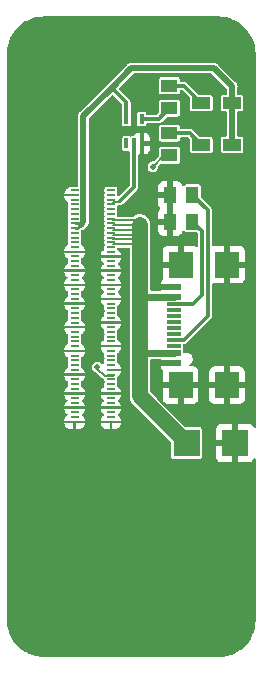
<source format=gbr>
%TF.GenerationSoftware,KiCad,Pcbnew,(6.0.2)*%
%TF.CreationDate,2022-02-22T18:51:34-06:00*%
%TF.ProjectId,rpi-cm4-carrier-template,7270692d-636d-4342-9d63-617272696572,v01*%
%TF.SameCoordinates,Original*%
%TF.FileFunction,Copper,L1,Top*%
%TF.FilePolarity,Positive*%
%FSLAX46Y46*%
G04 Gerber Fmt 4.6, Leading zero omitted, Abs format (unit mm)*
G04 Created by KiCad (PCBNEW (6.0.2)) date 2022-02-22 18:51:34*
%MOMM*%
%LPD*%
G01*
G04 APERTURE LIST*
%TA.AperFunction,SMDPad,CuDef*%
%ADD10R,2.209800X2.260600*%
%TD*%
%TA.AperFunction,SMDPad,CuDef*%
%ADD11R,0.355600X0.833300*%
%TD*%
%TA.AperFunction,SMDPad,CuDef*%
%ADD12R,1.380000X1.040000*%
%TD*%
%TA.AperFunction,SMDPad,CuDef*%
%ADD13R,1.498600X0.990600*%
%TD*%
%TA.AperFunction,SMDPad,CuDef*%
%ADD14R,1.040000X1.380000*%
%TD*%
%TA.AperFunction,SMDPad,CuDef*%
%ADD15R,1.150000X0.600000*%
%TD*%
%TA.AperFunction,SMDPad,CuDef*%
%ADD16R,1.150000X0.300000*%
%TD*%
%TA.AperFunction,SMDPad,CuDef*%
%ADD17R,2.000000X2.180000*%
%TD*%
%TA.AperFunction,SMDPad,CuDef*%
%ADD18R,0.700000X0.200000*%
%TD*%
%TA.AperFunction,ViaPad*%
%ADD19C,0.508000*%
%TD*%
%TA.AperFunction,Conductor*%
%ADD20C,0.200000*%
%TD*%
%TA.AperFunction,Conductor*%
%ADD21C,0.600000*%
%TD*%
%TA.AperFunction,Conductor*%
%ADD22C,1.350000*%
%TD*%
%TA.AperFunction,Conductor*%
%ADD23C,0.300000*%
%TD*%
%TA.AperFunction,Conductor*%
%ADD24C,0.508000*%
%TD*%
%TA.AperFunction,Conductor*%
%ADD25C,0.250000*%
%TD*%
%TA.AperFunction,Conductor*%
%ADD26C,0.152400*%
%TD*%
G04 APERTURE END LIST*
D10*
%TO.P,CR1,1,1*%
%TO.N,+5V*%
X171455300Y-111500000D03*
%TO.P,CR1,2,2*%
%TO.N,GND*%
X175544700Y-111500000D03*
%TD*%
D11*
%TO.P,U1,1,NC*%
%TO.N,unconnected-(U1-Pad1)*%
X166350001Y-86138949D03*
%TO.P,U1,2,INA*%
%TO.N,/CM4 GPIO/nPWR_LED*%
X167000000Y-86138949D03*
%TO.P,U1,3,GND*%
%TO.N,GND*%
X167649999Y-86138949D03*
%TO.P,U1,4,OUTY*%
%TO.N,Net-(R4-Pad2)*%
X167649999Y-84061051D03*
%TO.P,U1,5,VCC*%
%TO.N,+3.3V*%
X166350001Y-84061051D03*
%TD*%
D12*
%TO.P,R2,1*%
%TO.N,Net-(LED1-Pad1)*%
X170000000Y-85260000D03*
%TO.P,R2,2*%
%TO.N,/CM4 GPIO/nLED_Activity*%
X170000000Y-87140000D03*
%TD*%
D13*
%TO.P,LED1,1,1*%
%TO.N,Net-(LED1-Pad1)*%
X172700000Y-86254700D03*
%TO.P,LED1,2,2*%
%TO.N,+3.3V*%
X175300000Y-86254700D03*
%TD*%
D12*
%TO.P,R4,1*%
%TO.N,Net-(LED2-Pad1)*%
X170000000Y-81260000D03*
%TO.P,R4,2*%
%TO.N,Net-(R4-Pad2)*%
X170000000Y-83140000D03*
%TD*%
D14*
%TO.P,R3,1*%
%TO.N,Net-(J1-PadB5)*%
X171940000Y-92750000D03*
%TO.P,R3,2*%
%TO.N,GND*%
X170060000Y-92750000D03*
%TD*%
D15*
%TO.P,J1,A1/B12,GND*%
%TO.N,GND*%
X170362500Y-104700000D03*
%TO.P,J1,A4/B9,VBUS*%
%TO.N,+5V*%
X170362500Y-103900000D03*
D16*
%TO.P,J1,A5,CC1*%
%TO.N,Net-(J1-PadA5)*%
X170362500Y-102750000D03*
%TO.P,J1,A6,DP1*%
%TO.N,unconnected-(J1-PadA6)*%
X170362500Y-101750000D03*
%TO.P,J1,A7,DN1*%
%TO.N,unconnected-(J1-PadA7)*%
X170362500Y-101250000D03*
%TO.P,J1,A8,SBU1*%
%TO.N,unconnected-(J1-PadA8)*%
X170362500Y-100250000D03*
D15*
%TO.P,J1,B1/A12,GND*%
%TO.N,GND*%
X170362500Y-98300000D03*
%TO.P,J1,B4/A9,VBUS*%
%TO.N,+5V*%
X170362500Y-99100000D03*
D16*
%TO.P,J1,B5,CC2*%
%TO.N,Net-(J1-PadB5)*%
X170362500Y-99750000D03*
%TO.P,J1,B6,DP2*%
%TO.N,unconnected-(J1-PadB6)*%
X170362500Y-100750000D03*
%TO.P,J1,B7,DN2*%
%TO.N,unconnected-(J1-PadB7)*%
X170362500Y-102250000D03*
%TO.P,J1,B8,SBU2*%
%TO.N,unconnected-(J1-PadB8)*%
X170362500Y-103250000D03*
D17*
%TO.P,J1,S1,GND*%
%TO.N,GND*%
X170937500Y-106610000D03*
%TO.P,J1,S2,GND*%
X170937500Y-96390000D03*
%TO.P,J1,S3,GND*%
X174867500Y-106610000D03*
%TO.P,J1,S4,GND*%
X174867500Y-96390000D03*
%TD*%
D14*
%TO.P,R1,1*%
%TO.N,Net-(J1-PadA5)*%
X171940000Y-90500000D03*
%TO.P,R1,2*%
%TO.N,GND*%
X170060000Y-90500000D03*
%TD*%
D13*
%TO.P,LED2,1,1*%
%TO.N,Net-(LED2-Pad1)*%
X172700000Y-82721500D03*
%TO.P,LED2,2,2*%
%TO.N,+3.3V*%
X175300000Y-82721500D03*
%TD*%
D18*
%TO.P,Module1,1,GND*%
%TO.N,GND*%
X165040000Y-109700000D03*
%TO.P,Module1,2,GND*%
X161960000Y-109700000D03*
%TO.P,Module1,3,Ethernet_Pair3_P*%
%TO.N,unconnected-(Module1-Pad3)*%
X165040000Y-109300000D03*
%TO.P,Module1,4,Ethernet_Pair1_P*%
%TO.N,unconnected-(Module1-Pad4)*%
X161960000Y-109300000D03*
%TO.P,Module1,5,Ethernet_Pair3_N*%
%TO.N,unconnected-(Module1-Pad5)*%
X165040000Y-108900000D03*
%TO.P,Module1,6,Ethernet_Pair1_N*%
%TO.N,unconnected-(Module1-Pad6)*%
X161960000Y-108900000D03*
%TO.P,Module1,7,GND*%
%TO.N,GND*%
X165040000Y-108500000D03*
%TO.P,Module1,8,GND*%
X161960000Y-108500000D03*
%TO.P,Module1,9,Ethernet_Pair2_N*%
%TO.N,unconnected-(Module1-Pad9)*%
X165040000Y-108100000D03*
%TO.P,Module1,10,Ethernet_Pair0_N*%
%TO.N,unconnected-(Module1-Pad10)*%
X161960000Y-108100000D03*
%TO.P,Module1,11,Ethernet_Pair2_P*%
%TO.N,unconnected-(Module1-Pad11)*%
X165040000Y-107700000D03*
%TO.P,Module1,12,Ethernet_Pair0_P*%
%TO.N,unconnected-(Module1-Pad12)*%
X161960000Y-107700000D03*
%TO.P,Module1,13,GND*%
%TO.N,GND*%
X165040000Y-107300000D03*
%TO.P,Module1,14,GND*%
X161960000Y-107300000D03*
%TO.P,Module1,15,Ethernet_nLED3(3.3v)*%
%TO.N,unconnected-(Module1-Pad15)*%
X165040000Y-106900000D03*
%TO.P,Module1,16,Ethernet_SYNC_IN(1.8v)*%
%TO.N,unconnected-(Module1-Pad16)*%
X161960000Y-106900000D03*
%TO.P,Module1,17,Ethernet_nLED2(3.3v)*%
%TO.N,unconnected-(Module1-Pad17)*%
X165040000Y-106500000D03*
%TO.P,Module1,18,Ethernet_SYNC_OUT(1.8v)*%
%TO.N,unconnected-(Module1-Pad18)*%
X161960000Y-106500000D03*
%TO.P,Module1,19,Ethernet_nLED1(3.3v)*%
%TO.N,unconnected-(Module1-Pad19)*%
X165040000Y-106100000D03*
%TO.P,Module1,20,EEPROM_nWP*%
%TO.N,unconnected-(Module1-Pad20)*%
X161960000Y-106100000D03*
%TO.P,Module1,21,PI_nLED_Activity*%
%TO.N,/CM4 GPIO/nLED_Activity*%
X165040000Y-105700000D03*
%TO.P,Module1,22,GND*%
%TO.N,GND*%
X161960000Y-105700000D03*
%TO.P,Module1,23,GND*%
X165040000Y-105300000D03*
%TO.P,Module1,24,GPIO26*%
%TO.N,unconnected-(Module1-Pad24)*%
X161960000Y-105300000D03*
%TO.P,Module1,25,GPIO21*%
%TO.N,unconnected-(Module1-Pad25)*%
X165040000Y-104900000D03*
%TO.P,Module1,26,GPIO19*%
%TO.N,unconnected-(Module1-Pad26)*%
X161960000Y-104900000D03*
%TO.P,Module1,27,GPIO20*%
%TO.N,unconnected-(Module1-Pad27)*%
X165040000Y-104500000D03*
%TO.P,Module1,28,GPIO13*%
%TO.N,unconnected-(Module1-Pad28)*%
X161960000Y-104500000D03*
%TO.P,Module1,29,GPIO16*%
%TO.N,unconnected-(Module1-Pad29)*%
X165040000Y-104100000D03*
%TO.P,Module1,30,GPIO6*%
%TO.N,unconnected-(Module1-Pad30)*%
X161960000Y-104100000D03*
%TO.P,Module1,31,GPIO12*%
%TO.N,unconnected-(Module1-Pad31)*%
X165040000Y-103700000D03*
%TO.P,Module1,32,GND*%
%TO.N,GND*%
X161960000Y-103700000D03*
%TO.P,Module1,33,GND*%
X165040000Y-103300000D03*
%TO.P,Module1,34,GPIO5*%
%TO.N,unconnected-(Module1-Pad34)*%
X161960000Y-103300000D03*
%TO.P,Module1,35,ID_SC*%
%TO.N,unconnected-(Module1-Pad35)*%
X165040000Y-102900000D03*
%TO.P,Module1,36,ID_SD*%
%TO.N,unconnected-(Module1-Pad36)*%
X161960000Y-102900000D03*
%TO.P,Module1,37,GPIO7*%
%TO.N,unconnected-(Module1-Pad37)*%
X165040000Y-102500000D03*
%TO.P,Module1,38,GPIO11*%
%TO.N,unconnected-(Module1-Pad38)*%
X161960000Y-102500000D03*
%TO.P,Module1,39,GPIO8*%
%TO.N,unconnected-(Module1-Pad39)*%
X165040000Y-102100000D03*
%TO.P,Module1,40,GPIO9*%
%TO.N,unconnected-(Module1-Pad40)*%
X161960000Y-102100000D03*
%TO.P,Module1,41,GPIO25*%
%TO.N,unconnected-(Module1-Pad41)*%
X165040000Y-101700000D03*
%TO.P,Module1,42,GND*%
%TO.N,GND*%
X161960000Y-101700000D03*
%TO.P,Module1,43,GND*%
X165040000Y-101300000D03*
%TO.P,Module1,44,GPIO10*%
%TO.N,unconnected-(Module1-Pad44)*%
X161960000Y-101300000D03*
%TO.P,Module1,45,GPIO24*%
%TO.N,unconnected-(Module1-Pad45)*%
X165040000Y-100900000D03*
%TO.P,Module1,46,GPIO22*%
%TO.N,unconnected-(Module1-Pad46)*%
X161960000Y-100900000D03*
%TO.P,Module1,47,GPIO23*%
%TO.N,unconnected-(Module1-Pad47)*%
X165040000Y-100500000D03*
%TO.P,Module1,48,GPIO27*%
%TO.N,unconnected-(Module1-Pad48)*%
X161960000Y-100500000D03*
%TO.P,Module1,49,GPIO18*%
%TO.N,unconnected-(Module1-Pad49)*%
X165040000Y-100100000D03*
%TO.P,Module1,50,GPIO17*%
%TO.N,unconnected-(Module1-Pad50)*%
X161960000Y-100100000D03*
%TO.P,Module1,51,GPIO15*%
%TO.N,unconnected-(Module1-Pad51)*%
X165040000Y-99700000D03*
%TO.P,Module1,52,GND*%
%TO.N,GND*%
X161960000Y-99700000D03*
%TO.P,Module1,53,GND*%
X165040000Y-99300000D03*
%TO.P,Module1,54,GPIO4*%
%TO.N,unconnected-(Module1-Pad54)*%
X161960000Y-99300000D03*
%TO.P,Module1,55,GPIO14*%
%TO.N,unconnected-(Module1-Pad55)*%
X165040000Y-98900000D03*
%TO.P,Module1,56,GPIO3*%
%TO.N,unconnected-(Module1-Pad56)*%
X161960000Y-98900000D03*
%TO.P,Module1,57,SD_CLK*%
%TO.N,unconnected-(Module1-Pad57)*%
X165040000Y-98500000D03*
%TO.P,Module1,58,GPIO2*%
%TO.N,unconnected-(Module1-Pad58)*%
X161960000Y-98500000D03*
%TO.P,Module1,59,GND*%
%TO.N,GND*%
X165040000Y-98100000D03*
%TO.P,Module1,60,GND*%
X161960000Y-98100000D03*
%TO.P,Module1,61,SD_DAT3*%
%TO.N,unconnected-(Module1-Pad61)*%
X165040000Y-97700000D03*
%TO.P,Module1,62,SD_CMD*%
%TO.N,unconnected-(Module1-Pad62)*%
X161960000Y-97700000D03*
%TO.P,Module1,63,SD_DAT0*%
%TO.N,unconnected-(Module1-Pad63)*%
X165040000Y-97300000D03*
%TO.P,Module1,64,SD_DAT5*%
%TO.N,unconnected-(Module1-Pad64)*%
X161960000Y-97300000D03*
%TO.P,Module1,65,GND*%
%TO.N,GND*%
X165040000Y-96900000D03*
%TO.P,Module1,66,GND*%
X161960000Y-96900000D03*
%TO.P,Module1,67,SD_DAT1*%
%TO.N,unconnected-(Module1-Pad67)*%
X165040000Y-96500000D03*
%TO.P,Module1,68,SD_DAT4*%
%TO.N,unconnected-(Module1-Pad68)*%
X161960000Y-96500000D03*
%TO.P,Module1,69,SD_DAT2*%
%TO.N,unconnected-(Module1-Pad69)*%
X165040000Y-96100000D03*
%TO.P,Module1,70,SD_DAT7*%
%TO.N,unconnected-(Module1-Pad70)*%
X161960000Y-96100000D03*
%TO.P,Module1,71,GND*%
%TO.N,GND*%
X165040000Y-95700000D03*
%TO.P,Module1,72,SD_DAT6*%
%TO.N,unconnected-(Module1-Pad72)*%
X161960000Y-95700000D03*
%TO.P,Module1,73,SD_VDD_Override*%
%TO.N,unconnected-(Module1-Pad73)*%
X165040000Y-95300000D03*
%TO.P,Module1,74,GND*%
%TO.N,GND*%
X161960000Y-95300000D03*
%TO.P,Module1,75,SD_PWR_ON*%
%TO.N,unconnected-(Module1-Pad75)*%
X165040000Y-94900000D03*
%TO.P,Module1,76,Reserved*%
%TO.N,unconnected-(Module1-Pad76)*%
X161960000Y-94900000D03*
%TO.P,Module1,77,+5v_(Input)*%
%TO.N,+5V*%
X165040000Y-94500000D03*
%TO.P,Module1,78,GPIO_VREF(1.8v/3.3v_Input)*%
%TO.N,unconnected-(Module1-Pad78)*%
X161960000Y-94500000D03*
%TO.P,Module1,79,+5v_(Input)*%
%TO.N,+5V*%
X165040000Y-94100000D03*
%TO.P,Module1,80,SCL0*%
%TO.N,unconnected-(Module1-Pad80)*%
X161960000Y-94100000D03*
%TO.P,Module1,81,+5v_(Input)*%
%TO.N,+5V*%
X165040000Y-93700000D03*
%TO.P,Module1,82,SDA0*%
%TO.N,unconnected-(Module1-Pad82)*%
X161960000Y-93700000D03*
%TO.P,Module1,83,+5v_(Input)*%
%TO.N,+5V*%
X165040000Y-93300000D03*
%TO.P,Module1,84,+3.3v_(Output)*%
%TO.N,+3.3V*%
X161960000Y-93300000D03*
%TO.P,Module1,85,+5v_(Input)*%
%TO.N,+5V*%
X165040000Y-92900000D03*
%TO.P,Module1,86,+3.3v_(Output)*%
%TO.N,+3.3V*%
X161960000Y-92900000D03*
%TO.P,Module1,87,+5v_(Input)*%
%TO.N,+5V*%
X165040000Y-92500000D03*
%TO.P,Module1,88,+1.8v_(Output)*%
%TO.N,+1.8V*%
X161960000Y-92500000D03*
%TO.P,Module1,89,WiFi_nDisable*%
%TO.N,unconnected-(Module1-Pad89)*%
X165040000Y-92100000D03*
%TO.P,Module1,90,+1.8v_(Output)*%
%TO.N,+1.8V*%
X161960000Y-92100000D03*
%TO.P,Module1,91,BT_nDisable*%
%TO.N,unconnected-(Module1-Pad91)*%
X165040000Y-91700000D03*
%TO.P,Module1,92,RUN_PG*%
%TO.N,unconnected-(Module1-Pad92)*%
X161960000Y-91700000D03*
%TO.P,Module1,93,nRPIBOOT*%
%TO.N,unconnected-(Module1-Pad93)*%
X165040000Y-91300000D03*
%TO.P,Module1,94,AnalogIP0*%
%TO.N,unconnected-(Module1-Pad94)*%
X161960000Y-91300000D03*
%TO.P,Module1,95,nPI_LED_PWR*%
%TO.N,/CM4 GPIO/nPWR_LED*%
X165040000Y-90900000D03*
%TO.P,Module1,96,AnalogIP1*%
%TO.N,unconnected-(Module1-Pad96)*%
X161960000Y-90900000D03*
%TO.P,Module1,97,Camera_GPIO*%
%TO.N,unconnected-(Module1-Pad97)*%
X165040000Y-90500000D03*
%TO.P,Module1,98,GND*%
%TO.N,GND*%
X161960000Y-90500000D03*
%TO.P,Module1,99,Global_EN*%
%TO.N,unconnected-(Module1-Pad99)*%
X165040000Y-90100000D03*
%TO.P,Module1,100,nEXTRST*%
%TO.N,unconnected-(Module1-Pad100)*%
X161960000Y-90100000D03*
%TD*%
D19*
%TO.N,/CM4 GPIO/nLED_Activity*%
X163900000Y-105100000D03*
X168600000Y-88100000D03*
%TD*%
D20*
%TO.N,+5V*%
X167047018Y-93452982D02*
X167500000Y-93000000D01*
D21*
X170362500Y-103900000D02*
X167600000Y-103900000D01*
X167600000Y-99100000D02*
X167500000Y-99000000D01*
D20*
X166847018Y-94652982D02*
X167500000Y-94000000D01*
D21*
X167600000Y-103900000D02*
X167500000Y-104000000D01*
D22*
X167500000Y-107544700D02*
X167500000Y-104000000D01*
X167500000Y-94000000D02*
X167500000Y-93000000D01*
D20*
X165256655Y-94652982D02*
X166847018Y-94652982D01*
D22*
X171455300Y-111500000D02*
X167500000Y-107544700D01*
D20*
X167352982Y-93852982D02*
X167500000Y-94000000D01*
X165256655Y-94252982D02*
X167247018Y-94252982D01*
D21*
X170362500Y-99100000D02*
X167600000Y-99100000D01*
D20*
X165256655Y-93852982D02*
X167352982Y-93852982D01*
X167152982Y-92652982D02*
X167500000Y-93000000D01*
X167247018Y-94252982D02*
X167500000Y-94000000D01*
X165256655Y-93052982D02*
X167447018Y-93052982D01*
D22*
X167500000Y-104000000D02*
X167500000Y-99000000D01*
D20*
X167447018Y-93052982D02*
X167500000Y-93000000D01*
X165256655Y-92652982D02*
X167152982Y-92652982D01*
X165256655Y-93452982D02*
X167047018Y-93452982D01*
D22*
X167500000Y-99000000D02*
X167500000Y-94000000D01*
D23*
%TO.N,Net-(J1-PadB5)*%
X170362500Y-99750000D02*
X172000000Y-99750000D01*
X172750000Y-99000000D02*
X172750000Y-93560000D01*
X172750000Y-93560000D02*
X171940000Y-92750000D01*
X172000000Y-99750000D02*
X172750000Y-99000000D01*
%TO.N,Net-(J1-PadA5)*%
X171237500Y-102750000D02*
X173250000Y-100737500D01*
X173250000Y-91810000D02*
X171940000Y-90500000D01*
X173250000Y-100737500D02*
X173250000Y-91810000D01*
X170362500Y-102750000D02*
X171237500Y-102750000D01*
%TO.N,Net-(LED1-Pad1)*%
X171705300Y-85260000D02*
X172700000Y-86254700D01*
X170000000Y-85260000D02*
X171705300Y-85260000D01*
D24*
%TO.N,+3.3V*%
X165100000Y-81400000D02*
X162715911Y-83784089D01*
D25*
X162200000Y-93300000D02*
X162500000Y-93000000D01*
X161960000Y-92900000D02*
X162400000Y-92900000D01*
D24*
X166750000Y-79750000D02*
X173750000Y-79750000D01*
D23*
X166350001Y-84061051D02*
X166350001Y-82650001D01*
D24*
X173750000Y-79750000D02*
X175300000Y-81300000D01*
X175300000Y-81300000D02*
X175300000Y-82721500D01*
D25*
X161960000Y-93300000D02*
X162200000Y-93300000D01*
D24*
X162715911Y-83784089D02*
X162715911Y-92784089D01*
X165100000Y-81400000D02*
X166750000Y-79750000D01*
D25*
X162400000Y-92900000D02*
X162500000Y-93000000D01*
D23*
X166350001Y-82650001D02*
X165100000Y-81400000D01*
D24*
X162715911Y-92784089D02*
X162500000Y-93000000D01*
X175300000Y-86254700D02*
X175300000Y-82721500D01*
D23*
%TO.N,Net-(LED2-Pad1)*%
X171238500Y-81260000D02*
X172700000Y-82721500D01*
X170000000Y-81260000D02*
X171238500Y-81260000D01*
D26*
%TO.N,/CM4 GPIO/nLED_Activity*%
X169560000Y-87140000D02*
X170000000Y-87140000D01*
X164552982Y-105852982D02*
X163900000Y-105200000D01*
X163900000Y-105200000D02*
X163900000Y-105100000D01*
X165256655Y-105852982D02*
X164552982Y-105852982D01*
X168600000Y-88100000D02*
X169560000Y-87140000D01*
D23*
%TO.N,Net-(R4-Pad2)*%
X167649999Y-84061051D02*
X169078949Y-84061051D01*
X169078949Y-84061051D02*
X170000000Y-83140000D01*
%TO.N,/CM4 GPIO/nPWR_LED*%
X167000000Y-89815859D02*
X165815859Y-91000000D01*
X167000000Y-86138949D02*
X167000000Y-89815859D01*
D26*
X165762877Y-91052982D02*
X165815859Y-91000000D01*
X165256655Y-91052982D02*
X165762877Y-91052982D01*
%TD*%
%TA.AperFunction,Conductor*%
%TO.N,GND*%
G36*
X174101936Y-75382096D02*
G01*
X174125000Y-75385749D01*
X174138370Y-75383632D01*
X174156899Y-75382657D01*
X174216439Y-75385749D01*
X174448692Y-75397810D01*
X174457867Y-75398766D01*
X174638724Y-75427148D01*
X174773512Y-75448300D01*
X174782546Y-75450202D01*
X175091364Y-75532168D01*
X175100151Y-75534996D01*
X175398815Y-75648509D01*
X175407259Y-75652230D01*
X175692555Y-75796070D01*
X175700569Y-75800646D01*
X175777334Y-75849932D01*
X175969437Y-75973270D01*
X175976936Y-75978654D01*
X176101701Y-76078423D01*
X176226472Y-76178197D01*
X176233360Y-76184317D01*
X176385925Y-76334733D01*
X176460892Y-76408644D01*
X176467109Y-76415443D01*
X176669412Y-76661201D01*
X176670181Y-76662135D01*
X176675670Y-76669558D01*
X176852083Y-76935940D01*
X176856774Y-76943890D01*
X177004647Y-77227118D01*
X177008490Y-77235513D01*
X177126227Y-77532535D01*
X177129179Y-77541282D01*
X177215517Y-77848907D01*
X177217547Y-77857912D01*
X177271456Y-78172255D01*
X177271551Y-78172810D01*
X177272638Y-78181978D01*
X177291929Y-78473534D01*
X177291216Y-78492083D01*
X177289290Y-78505471D01*
X177290484Y-78512372D01*
X177292698Y-78525175D01*
X177294000Y-78540343D01*
X177294000Y-110150393D01*
X177273178Y-110207601D01*
X177220455Y-110238041D01*
X177160500Y-110227469D01*
X177121663Y-110181634D01*
X177101997Y-110129175D01*
X177095968Y-110118163D01*
X177016309Y-110011873D01*
X177007427Y-110002991D01*
X176901137Y-109923332D01*
X176890122Y-109917301D01*
X176765035Y-109870408D01*
X176754257Y-109867845D01*
X176700098Y-109861962D01*
X176695270Y-109861700D01*
X175814394Y-109861700D01*
X175802371Y-109866076D01*
X175798700Y-109872434D01*
X175798700Y-113122605D01*
X175803076Y-113134628D01*
X175809434Y-113138299D01*
X176695282Y-113138299D01*
X176700077Y-113138040D01*
X176754257Y-113132155D01*
X176765037Y-113129591D01*
X176890122Y-113082699D01*
X176901137Y-113076668D01*
X177007427Y-112997009D01*
X177016309Y-112988127D01*
X177095968Y-112881837D01*
X177101997Y-112870825D01*
X177121663Y-112818366D01*
X177161242Y-112772107D01*
X177221296Y-112762112D01*
X177273724Y-112793056D01*
X177294000Y-112849607D01*
X177294000Y-126463013D01*
X177292904Y-126476936D01*
X177289251Y-126500000D01*
X177291356Y-126513294D01*
X177292330Y-126531869D01*
X177277158Y-126821368D01*
X177276184Y-126830633D01*
X177226572Y-127143872D01*
X177224635Y-127152984D01*
X177142553Y-127459315D01*
X177139675Y-127468174D01*
X177107254Y-127552635D01*
X177026018Y-127764263D01*
X177022232Y-127772766D01*
X176878251Y-128055343D01*
X176873594Y-128063411D01*
X176700861Y-128329395D01*
X176695385Y-128336931D01*
X176495811Y-128583386D01*
X176489578Y-128590310D01*
X176265310Y-128814578D01*
X176258386Y-128820811D01*
X176011931Y-129020385D01*
X176004395Y-129025861D01*
X175738411Y-129198594D01*
X175730343Y-129203251D01*
X175447766Y-129347232D01*
X175439263Y-129351018D01*
X175227635Y-129432254D01*
X175143174Y-129464675D01*
X175134315Y-129467553D01*
X174827984Y-129549635D01*
X174818872Y-129551572D01*
X174505633Y-129601184D01*
X174496368Y-129602158D01*
X174206864Y-129617330D01*
X174188294Y-129616356D01*
X174175000Y-129614251D01*
X174168080Y-129615347D01*
X174151936Y-129617904D01*
X174138013Y-129619000D01*
X159410306Y-129619000D01*
X159397012Y-129618002D01*
X159396867Y-129617980D01*
X159379437Y-129615347D01*
X159379166Y-129615306D01*
X159379165Y-129615306D01*
X159372241Y-129614260D01*
X159365332Y-129615405D01*
X159365328Y-129615405D01*
X159359041Y-129616447D01*
X159340427Y-129617552D01*
X159050485Y-129604298D01*
X159041139Y-129603374D01*
X158831838Y-129571450D01*
X158727356Y-129555514D01*
X158718152Y-129553608D01*
X158411169Y-129472920D01*
X158402216Y-129470054D01*
X158105446Y-129357432D01*
X158096851Y-129353640D01*
X157813608Y-129210340D01*
X157805483Y-129205675D01*
X157538937Y-129033299D01*
X157531324Y-129027784D01*
X157284461Y-128828268D01*
X157277471Y-128821982D01*
X157053018Y-128597529D01*
X157046732Y-128590539D01*
X156847216Y-128343676D01*
X156841701Y-128336064D01*
X156776623Y-128235433D01*
X156669325Y-128069517D01*
X156664660Y-128061391D01*
X156521360Y-127778149D01*
X156517568Y-127769554D01*
X156404946Y-127472784D01*
X156402080Y-127463832D01*
X156321393Y-127156858D01*
X156319486Y-127147652D01*
X156318910Y-127143872D01*
X156278795Y-126880863D01*
X156271626Y-126833857D01*
X156270702Y-126824503D01*
X156257447Y-126534575D01*
X156258552Y-126515957D01*
X156259594Y-126509670D01*
X156259594Y-126509668D01*
X156260739Y-126502759D01*
X156256998Y-126477994D01*
X156256000Y-126464701D01*
X156256000Y-109845682D01*
X161102001Y-109845682D01*
X161102260Y-109850477D01*
X161108145Y-109904657D01*
X161110709Y-109915437D01*
X161157601Y-110040522D01*
X161163632Y-110051537D01*
X161243291Y-110157827D01*
X161252173Y-110166709D01*
X161358463Y-110246368D01*
X161369478Y-110252399D01*
X161494565Y-110299292D01*
X161505343Y-110301855D01*
X161559502Y-110307738D01*
X161564330Y-110308000D01*
X161844306Y-110308000D01*
X161856329Y-110303624D01*
X161860000Y-110297266D01*
X161860000Y-110292305D01*
X162060000Y-110292305D01*
X162064376Y-110304328D01*
X162070734Y-110307999D01*
X162355682Y-110307999D01*
X162360477Y-110307740D01*
X162414657Y-110301855D01*
X162425437Y-110299291D01*
X162550522Y-110252399D01*
X162561537Y-110246368D01*
X162667827Y-110166709D01*
X162676709Y-110157827D01*
X162756368Y-110051537D01*
X162762399Y-110040522D01*
X162809292Y-109915435D01*
X162811855Y-109904657D01*
X162817738Y-109850498D01*
X162817999Y-109845682D01*
X164182001Y-109845682D01*
X164182260Y-109850477D01*
X164188145Y-109904657D01*
X164190709Y-109915437D01*
X164237601Y-110040522D01*
X164243632Y-110051537D01*
X164323291Y-110157827D01*
X164332173Y-110166709D01*
X164438463Y-110246368D01*
X164449478Y-110252399D01*
X164574565Y-110299292D01*
X164585343Y-110301855D01*
X164639502Y-110307738D01*
X164644330Y-110308000D01*
X164924306Y-110308000D01*
X164936329Y-110303624D01*
X164940000Y-110297266D01*
X164940000Y-110292305D01*
X165140000Y-110292305D01*
X165144376Y-110304328D01*
X165150734Y-110307999D01*
X165435682Y-110307999D01*
X165440477Y-110307740D01*
X165494657Y-110301855D01*
X165505437Y-110299291D01*
X165630522Y-110252399D01*
X165641537Y-110246368D01*
X165747827Y-110166709D01*
X165756709Y-110157827D01*
X165836368Y-110051537D01*
X165842399Y-110040522D01*
X165889292Y-109915435D01*
X165891855Y-109904657D01*
X165897738Y-109850498D01*
X165898000Y-109845670D01*
X165898000Y-109815694D01*
X165893624Y-109803671D01*
X165887266Y-109800000D01*
X165155694Y-109800000D01*
X165143671Y-109804376D01*
X165140000Y-109810734D01*
X165140000Y-110292305D01*
X164940000Y-110292305D01*
X164940000Y-109815694D01*
X164935624Y-109803671D01*
X164929266Y-109800000D01*
X164197695Y-109800000D01*
X164185672Y-109804376D01*
X164182001Y-109810734D01*
X164182001Y-109845682D01*
X162817999Y-109845682D01*
X162818000Y-109845670D01*
X162818000Y-109815694D01*
X162813624Y-109803671D01*
X162807266Y-109800000D01*
X162075694Y-109800000D01*
X162063671Y-109804376D01*
X162060000Y-109810734D01*
X162060000Y-110292305D01*
X161860000Y-110292305D01*
X161860000Y-109815694D01*
X161855624Y-109803671D01*
X161849266Y-109800000D01*
X161117695Y-109800000D01*
X161105672Y-109804376D01*
X161102001Y-109810734D01*
X161102001Y-109845682D01*
X156256000Y-109845682D01*
X156256000Y-109584306D01*
X161102000Y-109584306D01*
X161106376Y-109596329D01*
X161112734Y-109600000D01*
X161585176Y-109600000D01*
X161588580Y-109600167D01*
X161590252Y-109600500D01*
X162329748Y-109600500D01*
X162331420Y-109600167D01*
X162334824Y-109600000D01*
X162802305Y-109600000D01*
X162814328Y-109595624D01*
X162817999Y-109589266D01*
X162817999Y-109584306D01*
X164182000Y-109584306D01*
X164186376Y-109596329D01*
X164192734Y-109600000D01*
X164665176Y-109600000D01*
X164668580Y-109600167D01*
X164670252Y-109600500D01*
X165409748Y-109600500D01*
X165411420Y-109600167D01*
X165414824Y-109600000D01*
X165882305Y-109600000D01*
X165894328Y-109595624D01*
X165897999Y-109589266D01*
X165897999Y-109554319D01*
X165897740Y-109549523D01*
X165891855Y-109495343D01*
X165889291Y-109484563D01*
X165842399Y-109359478D01*
X165836368Y-109348463D01*
X165756709Y-109242173D01*
X165747827Y-109233291D01*
X165665004Y-109171219D01*
X165631713Y-109120248D01*
X165638974Y-109059803D01*
X165665004Y-109028781D01*
X165747827Y-108966709D01*
X165756709Y-108957827D01*
X165836368Y-108851537D01*
X165842399Y-108840522D01*
X165889292Y-108715435D01*
X165891855Y-108704657D01*
X165897738Y-108650498D01*
X165898000Y-108645670D01*
X165898000Y-108615694D01*
X165893624Y-108603671D01*
X165887266Y-108600000D01*
X165414824Y-108600000D01*
X165411420Y-108599833D01*
X165409748Y-108599500D01*
X164670252Y-108599500D01*
X164668580Y-108599833D01*
X164665176Y-108600000D01*
X164197695Y-108600000D01*
X164185672Y-108604376D01*
X164182001Y-108610734D01*
X164182001Y-108645682D01*
X164182260Y-108650477D01*
X164188145Y-108704657D01*
X164190709Y-108715437D01*
X164237601Y-108840522D01*
X164243632Y-108851537D01*
X164323291Y-108957827D01*
X164332173Y-108966709D01*
X164414996Y-109028781D01*
X164448287Y-109079752D01*
X164441026Y-109140197D01*
X164414996Y-109171219D01*
X164332173Y-109233291D01*
X164323291Y-109242173D01*
X164243632Y-109348463D01*
X164237601Y-109359478D01*
X164190708Y-109484565D01*
X164188145Y-109495343D01*
X164182262Y-109549502D01*
X164182000Y-109554330D01*
X164182000Y-109584306D01*
X162817999Y-109584306D01*
X162817999Y-109554319D01*
X162817740Y-109549523D01*
X162811855Y-109495343D01*
X162809291Y-109484563D01*
X162762399Y-109359478D01*
X162756368Y-109348463D01*
X162676709Y-109242173D01*
X162667827Y-109233291D01*
X162585004Y-109171219D01*
X162551713Y-109120248D01*
X162558974Y-109059803D01*
X162585004Y-109028781D01*
X162667827Y-108966709D01*
X162676709Y-108957827D01*
X162756368Y-108851537D01*
X162762399Y-108840522D01*
X162809292Y-108715435D01*
X162811855Y-108704657D01*
X162817738Y-108650498D01*
X162818000Y-108645670D01*
X162818000Y-108615694D01*
X162813624Y-108603671D01*
X162807266Y-108600000D01*
X162334824Y-108600000D01*
X162331420Y-108599833D01*
X162329748Y-108599500D01*
X161590252Y-108599500D01*
X161588580Y-108599833D01*
X161585176Y-108600000D01*
X161117695Y-108600000D01*
X161105672Y-108604376D01*
X161102001Y-108610734D01*
X161102001Y-108645682D01*
X161102260Y-108650477D01*
X161108145Y-108704657D01*
X161110709Y-108715437D01*
X161157601Y-108840522D01*
X161163632Y-108851537D01*
X161243291Y-108957827D01*
X161252173Y-108966709D01*
X161334996Y-109028781D01*
X161368287Y-109079752D01*
X161361026Y-109140197D01*
X161334996Y-109171219D01*
X161252173Y-109233291D01*
X161243291Y-109242173D01*
X161163632Y-109348463D01*
X161157601Y-109359478D01*
X161110708Y-109484565D01*
X161108145Y-109495343D01*
X161102262Y-109549502D01*
X161102000Y-109554330D01*
X161102000Y-109584306D01*
X156256000Y-109584306D01*
X156256000Y-108384306D01*
X161102000Y-108384306D01*
X161106376Y-108396329D01*
X161112734Y-108400000D01*
X161585176Y-108400000D01*
X161588580Y-108400167D01*
X161590252Y-108400500D01*
X162329748Y-108400500D01*
X162331420Y-108400167D01*
X162334824Y-108400000D01*
X162802305Y-108400000D01*
X162814328Y-108395624D01*
X162817999Y-108389266D01*
X162817999Y-108384306D01*
X164182000Y-108384306D01*
X164186376Y-108396329D01*
X164192734Y-108400000D01*
X164665176Y-108400000D01*
X164668580Y-108400167D01*
X164670252Y-108400500D01*
X165409748Y-108400500D01*
X165411420Y-108400167D01*
X165414824Y-108400000D01*
X165882305Y-108400000D01*
X165894328Y-108395624D01*
X165897999Y-108389266D01*
X165897999Y-108354319D01*
X165897740Y-108349523D01*
X165891855Y-108295343D01*
X165889291Y-108284563D01*
X165842399Y-108159478D01*
X165836368Y-108148463D01*
X165756709Y-108042173D01*
X165747827Y-108033291D01*
X165665004Y-107971219D01*
X165631713Y-107920248D01*
X165638974Y-107859803D01*
X165665004Y-107828781D01*
X165747827Y-107766709D01*
X165756709Y-107757827D01*
X165836368Y-107651537D01*
X165842399Y-107640522D01*
X165889292Y-107515435D01*
X165891855Y-107504657D01*
X165897738Y-107450498D01*
X165898000Y-107445670D01*
X165898000Y-107415694D01*
X165893624Y-107403671D01*
X165887266Y-107400000D01*
X165414824Y-107400000D01*
X165411420Y-107399833D01*
X165409748Y-107399500D01*
X164670252Y-107399500D01*
X164668580Y-107399833D01*
X164665176Y-107400000D01*
X164197695Y-107400000D01*
X164185672Y-107404376D01*
X164182001Y-107410734D01*
X164182001Y-107445682D01*
X164182260Y-107450477D01*
X164188145Y-107504657D01*
X164190709Y-107515437D01*
X164237601Y-107640522D01*
X164243632Y-107651537D01*
X164323291Y-107757827D01*
X164332173Y-107766709D01*
X164414996Y-107828781D01*
X164448287Y-107879752D01*
X164441026Y-107940197D01*
X164414996Y-107971219D01*
X164332173Y-108033291D01*
X164323291Y-108042173D01*
X164243632Y-108148463D01*
X164237601Y-108159478D01*
X164190708Y-108284565D01*
X164188145Y-108295343D01*
X164182262Y-108349502D01*
X164182000Y-108354330D01*
X164182000Y-108384306D01*
X162817999Y-108384306D01*
X162817999Y-108354319D01*
X162817740Y-108349523D01*
X162811855Y-108295343D01*
X162809291Y-108284563D01*
X162762399Y-108159478D01*
X162756368Y-108148463D01*
X162676709Y-108042173D01*
X162667827Y-108033291D01*
X162585004Y-107971219D01*
X162551713Y-107920248D01*
X162558974Y-107859803D01*
X162585004Y-107828781D01*
X162667827Y-107766709D01*
X162676709Y-107757827D01*
X162756368Y-107651537D01*
X162762399Y-107640522D01*
X162809292Y-107515435D01*
X162811855Y-107504657D01*
X162817738Y-107450498D01*
X162818000Y-107445670D01*
X162818000Y-107415694D01*
X162813624Y-107403671D01*
X162807266Y-107400000D01*
X162334824Y-107400000D01*
X162331420Y-107399833D01*
X162329748Y-107399500D01*
X161590252Y-107399500D01*
X161588580Y-107399833D01*
X161585176Y-107400000D01*
X161117695Y-107400000D01*
X161105672Y-107404376D01*
X161102001Y-107410734D01*
X161102001Y-107445682D01*
X161102260Y-107450477D01*
X161108145Y-107504657D01*
X161110709Y-107515437D01*
X161157601Y-107640522D01*
X161163632Y-107651537D01*
X161243291Y-107757827D01*
X161252173Y-107766709D01*
X161334996Y-107828781D01*
X161368287Y-107879752D01*
X161361026Y-107940197D01*
X161334996Y-107971219D01*
X161252173Y-108033291D01*
X161243291Y-108042173D01*
X161163632Y-108148463D01*
X161157601Y-108159478D01*
X161110708Y-108284565D01*
X161108145Y-108295343D01*
X161102262Y-108349502D01*
X161102000Y-108354330D01*
X161102000Y-108384306D01*
X156256000Y-108384306D01*
X156256000Y-107184306D01*
X161102000Y-107184306D01*
X161106376Y-107196329D01*
X161112734Y-107200000D01*
X161585176Y-107200000D01*
X161588580Y-107200167D01*
X161590252Y-107200500D01*
X162329748Y-107200500D01*
X162331420Y-107200167D01*
X162334824Y-107200000D01*
X162802305Y-107200000D01*
X162814328Y-107195624D01*
X162817999Y-107189266D01*
X162817999Y-107154319D01*
X162817740Y-107149523D01*
X162811855Y-107095343D01*
X162809291Y-107084563D01*
X162762399Y-106959478D01*
X162756368Y-106948463D01*
X162676709Y-106842173D01*
X162667827Y-106833291D01*
X162561537Y-106753632D01*
X162548790Y-106746653D01*
X162508609Y-106700917D01*
X162504239Y-106651222D01*
X162510500Y-106619748D01*
X162510500Y-106380252D01*
X162504239Y-106348777D01*
X162513500Y-106288607D01*
X162548790Y-106253347D01*
X162561537Y-106246368D01*
X162667827Y-106166709D01*
X162676709Y-106157827D01*
X162756368Y-106051537D01*
X162762399Y-106040522D01*
X162809292Y-105915435D01*
X162811855Y-105904657D01*
X162817738Y-105850498D01*
X162818000Y-105845670D01*
X162818000Y-105815694D01*
X162813624Y-105803671D01*
X162807266Y-105800000D01*
X162334824Y-105800000D01*
X162331420Y-105799833D01*
X162329748Y-105799500D01*
X161590252Y-105799500D01*
X161588580Y-105799833D01*
X161585176Y-105800000D01*
X161117695Y-105800000D01*
X161105672Y-105804376D01*
X161102001Y-105810734D01*
X161102001Y-105845682D01*
X161102260Y-105850477D01*
X161108145Y-105904657D01*
X161110709Y-105915437D01*
X161157601Y-106040522D01*
X161163632Y-106051537D01*
X161243291Y-106157827D01*
X161252173Y-106166709D01*
X161358463Y-106246368D01*
X161371210Y-106253347D01*
X161411391Y-106299083D01*
X161415761Y-106348777D01*
X161409500Y-106380252D01*
X161409500Y-106619748D01*
X161415761Y-106651222D01*
X161406500Y-106711393D01*
X161371210Y-106746653D01*
X161358463Y-106753632D01*
X161252173Y-106833291D01*
X161243291Y-106842173D01*
X161163632Y-106948463D01*
X161157601Y-106959478D01*
X161110708Y-107084565D01*
X161108145Y-107095343D01*
X161102262Y-107149502D01*
X161102000Y-107154330D01*
X161102000Y-107184306D01*
X156256000Y-107184306D01*
X156256000Y-105584306D01*
X161102000Y-105584306D01*
X161106376Y-105596329D01*
X161112734Y-105600000D01*
X161585176Y-105600000D01*
X161588580Y-105600167D01*
X161590252Y-105600500D01*
X162329748Y-105600500D01*
X162331420Y-105600167D01*
X162334824Y-105600000D01*
X162802305Y-105600000D01*
X162814328Y-105595624D01*
X162817999Y-105589266D01*
X162817999Y-105554319D01*
X162817740Y-105549523D01*
X162811855Y-105495343D01*
X162809291Y-105484563D01*
X162762399Y-105359478D01*
X162756368Y-105348463D01*
X162676709Y-105242173D01*
X162667827Y-105233291D01*
X162561537Y-105153632D01*
X162548790Y-105146653D01*
X162508609Y-105100917D01*
X162508035Y-105094390D01*
X163440860Y-105094390D01*
X163443612Y-105115437D01*
X163454913Y-105201852D01*
X163457741Y-105223481D01*
X163510174Y-105342645D01*
X163593946Y-105442303D01*
X163599219Y-105445813D01*
X163697045Y-105510933D01*
X163697047Y-105510934D01*
X163702320Y-105514444D01*
X163708368Y-105516333D01*
X163708369Y-105516334D01*
X163725766Y-105521769D01*
X163826587Y-105553267D01*
X163832925Y-105553383D01*
X163839185Y-105554397D01*
X163838621Y-105557881D01*
X163883430Y-105575055D01*
X163888008Y-105579321D01*
X164322426Y-106013739D01*
X164324987Y-106016706D01*
X164326995Y-106020815D01*
X164333019Y-106026403D01*
X164360393Y-106051796D01*
X164362799Y-106054112D01*
X164375524Y-106066837D01*
X164378894Y-106069149D01*
X164378987Y-106069226D01*
X164382634Y-106072428D01*
X164394603Y-106083530D01*
X164402566Y-106090917D01*
X164412633Y-106094933D01*
X164430002Y-106104208D01*
X164432162Y-106105690D01*
X164432164Y-106105691D01*
X164438938Y-106110338D01*
X164439502Y-106110472D01*
X164480424Y-106149849D01*
X164489500Y-106189006D01*
X164489500Y-106219748D01*
X164490352Y-106224031D01*
X164501133Y-106278231D01*
X164498453Y-106278764D01*
X164500324Y-106321608D01*
X164501133Y-106321769D01*
X164489500Y-106380252D01*
X164489500Y-106619748D01*
X164495761Y-106651222D01*
X164486500Y-106711393D01*
X164451210Y-106746653D01*
X164438463Y-106753632D01*
X164332173Y-106833291D01*
X164323291Y-106842173D01*
X164243632Y-106948463D01*
X164237601Y-106959478D01*
X164190708Y-107084565D01*
X164188145Y-107095343D01*
X164182262Y-107149502D01*
X164182000Y-107154330D01*
X164182000Y-107184306D01*
X164186376Y-107196329D01*
X164192734Y-107200000D01*
X164665176Y-107200000D01*
X164668580Y-107200167D01*
X164670252Y-107200500D01*
X165409748Y-107200500D01*
X165411420Y-107200167D01*
X165414824Y-107200000D01*
X165882305Y-107200000D01*
X165894328Y-107195624D01*
X165897999Y-107189266D01*
X165897999Y-107154319D01*
X165897740Y-107149523D01*
X165891855Y-107095343D01*
X165889291Y-107084563D01*
X165842399Y-106959478D01*
X165836368Y-106948463D01*
X165756709Y-106842173D01*
X165747827Y-106833291D01*
X165641537Y-106753632D01*
X165628790Y-106746653D01*
X165588609Y-106700917D01*
X165584239Y-106651222D01*
X165590500Y-106619748D01*
X165590500Y-106380252D01*
X165578867Y-106321769D01*
X165581547Y-106321236D01*
X165579676Y-106278392D01*
X165578867Y-106278231D01*
X165579525Y-106274925D01*
X165579525Y-106274923D01*
X165590500Y-106219748D01*
X165590500Y-105980252D01*
X165584239Y-105948777D01*
X165593500Y-105888607D01*
X165628790Y-105853347D01*
X165641537Y-105846368D01*
X165747827Y-105766709D01*
X165756709Y-105757827D01*
X165836368Y-105651537D01*
X165842399Y-105640522D01*
X165889292Y-105515435D01*
X165891855Y-105504657D01*
X165897738Y-105450498D01*
X165898000Y-105445670D01*
X165898000Y-105415694D01*
X165893624Y-105403671D01*
X165887266Y-105400000D01*
X165414824Y-105400000D01*
X165411420Y-105399833D01*
X165409748Y-105399500D01*
X165029000Y-105399500D01*
X164971792Y-105378678D01*
X164941352Y-105325955D01*
X164940000Y-105310500D01*
X164940000Y-105289500D01*
X164960822Y-105232292D01*
X165013545Y-105201852D01*
X165029000Y-105200500D01*
X165409748Y-105200500D01*
X165411420Y-105200167D01*
X165414824Y-105200000D01*
X165882305Y-105200000D01*
X165894328Y-105195624D01*
X165897999Y-105189266D01*
X165897999Y-105154319D01*
X165897740Y-105149523D01*
X165891855Y-105095343D01*
X165889291Y-105084563D01*
X165842399Y-104959478D01*
X165836368Y-104948463D01*
X165756709Y-104842173D01*
X165747827Y-104833291D01*
X165641537Y-104753632D01*
X165628790Y-104746653D01*
X165588609Y-104700917D01*
X165584239Y-104651222D01*
X165590500Y-104619748D01*
X165590500Y-104380252D01*
X165578867Y-104321769D01*
X165581547Y-104321236D01*
X165579676Y-104278392D01*
X165578867Y-104278231D01*
X165579525Y-104274925D01*
X165579525Y-104274923D01*
X165590500Y-104219748D01*
X165590500Y-103980252D01*
X165584239Y-103948777D01*
X165593500Y-103888607D01*
X165628790Y-103853347D01*
X165641537Y-103846368D01*
X165747827Y-103766709D01*
X165756709Y-103757827D01*
X165836368Y-103651537D01*
X165842399Y-103640522D01*
X165889292Y-103515435D01*
X165891855Y-103504657D01*
X165897738Y-103450498D01*
X165898000Y-103445670D01*
X165898000Y-103415694D01*
X165893624Y-103403671D01*
X165887266Y-103400000D01*
X165414824Y-103400000D01*
X165411420Y-103399833D01*
X165409748Y-103399500D01*
X164670252Y-103399500D01*
X164668580Y-103399833D01*
X164665176Y-103400000D01*
X164197695Y-103400000D01*
X164185672Y-103404376D01*
X164182001Y-103410734D01*
X164182001Y-103445682D01*
X164182260Y-103450477D01*
X164188145Y-103504657D01*
X164190709Y-103515437D01*
X164237601Y-103640522D01*
X164243632Y-103651537D01*
X164323291Y-103757827D01*
X164332173Y-103766709D01*
X164438463Y-103846368D01*
X164451210Y-103853347D01*
X164491391Y-103899083D01*
X164495761Y-103948777D01*
X164489500Y-103980252D01*
X164489500Y-104219748D01*
X164490352Y-104224031D01*
X164501133Y-104278231D01*
X164498453Y-104278764D01*
X164500324Y-104321608D01*
X164501133Y-104321769D01*
X164489500Y-104380252D01*
X164489500Y-104619748D01*
X164495761Y-104651222D01*
X164486500Y-104711393D01*
X164451210Y-104746653D01*
X164438463Y-104753632D01*
X164361036Y-104811659D01*
X164302770Y-104829306D01*
X164246793Y-104805371D01*
X164240249Y-104798548D01*
X164201850Y-104753983D01*
X164196527Y-104750533D01*
X164196525Y-104750531D01*
X164097926Y-104686623D01*
X164097924Y-104686622D01*
X164092601Y-104683172D01*
X164086525Y-104681355D01*
X164086523Y-104681354D01*
X163985766Y-104651222D01*
X163967870Y-104645870D01*
X163961529Y-104645831D01*
X163961527Y-104645831D01*
X163903592Y-104645477D01*
X163837683Y-104645074D01*
X163831589Y-104646816D01*
X163831587Y-104646816D01*
X163751493Y-104669707D01*
X163712505Y-104680850D01*
X163602400Y-104750321D01*
X163598204Y-104755072D01*
X163598203Y-104755073D01*
X163575966Y-104780252D01*
X163516219Y-104847903D01*
X163460890Y-104965751D01*
X163459914Y-104972019D01*
X163447582Y-105051222D01*
X163440860Y-105094390D01*
X162508035Y-105094390D01*
X162504239Y-105051222D01*
X162510500Y-105019748D01*
X162510500Y-104780252D01*
X162498867Y-104721769D01*
X162501547Y-104721236D01*
X162499676Y-104678392D01*
X162498867Y-104678231D01*
X162499525Y-104674925D01*
X162499525Y-104674923D01*
X162510500Y-104619748D01*
X162510500Y-104380252D01*
X162504239Y-104348777D01*
X162513500Y-104288607D01*
X162548790Y-104253347D01*
X162561537Y-104246368D01*
X162667827Y-104166709D01*
X162676709Y-104157827D01*
X162756368Y-104051537D01*
X162762399Y-104040522D01*
X162809292Y-103915435D01*
X162811855Y-103904657D01*
X162817738Y-103850498D01*
X162818000Y-103845670D01*
X162818000Y-103815694D01*
X162813624Y-103803671D01*
X162807266Y-103800000D01*
X162334824Y-103800000D01*
X162331420Y-103799833D01*
X162329748Y-103799500D01*
X161590252Y-103799500D01*
X161588580Y-103799833D01*
X161585176Y-103800000D01*
X161117695Y-103800000D01*
X161105672Y-103804376D01*
X161102001Y-103810734D01*
X161102001Y-103845682D01*
X161102260Y-103850477D01*
X161108145Y-103904657D01*
X161110709Y-103915437D01*
X161157601Y-104040522D01*
X161163632Y-104051537D01*
X161243291Y-104157827D01*
X161252173Y-104166709D01*
X161358463Y-104246368D01*
X161371210Y-104253347D01*
X161411391Y-104299083D01*
X161415761Y-104348777D01*
X161409500Y-104380252D01*
X161409500Y-104619748D01*
X161410352Y-104624031D01*
X161421133Y-104678231D01*
X161418453Y-104678764D01*
X161420324Y-104721608D01*
X161421133Y-104721769D01*
X161409500Y-104780252D01*
X161409500Y-105019748D01*
X161415761Y-105051222D01*
X161406500Y-105111393D01*
X161371210Y-105146653D01*
X161358463Y-105153632D01*
X161252173Y-105233291D01*
X161243291Y-105242173D01*
X161163632Y-105348463D01*
X161157601Y-105359478D01*
X161110708Y-105484565D01*
X161108145Y-105495343D01*
X161102262Y-105549502D01*
X161102000Y-105554330D01*
X161102000Y-105584306D01*
X156256000Y-105584306D01*
X156256000Y-103584306D01*
X161102000Y-103584306D01*
X161106376Y-103596329D01*
X161112734Y-103600000D01*
X161585176Y-103600000D01*
X161588580Y-103600167D01*
X161590252Y-103600500D01*
X162329748Y-103600500D01*
X162331420Y-103600167D01*
X162334824Y-103600000D01*
X162802305Y-103600000D01*
X162814328Y-103595624D01*
X162817999Y-103589266D01*
X162817999Y-103554319D01*
X162817740Y-103549523D01*
X162811855Y-103495343D01*
X162809291Y-103484563D01*
X162762399Y-103359478D01*
X162756368Y-103348463D01*
X162676709Y-103242173D01*
X162667827Y-103233291D01*
X162602466Y-103184306D01*
X164182000Y-103184306D01*
X164186376Y-103196329D01*
X164192734Y-103200000D01*
X164665176Y-103200000D01*
X164668580Y-103200167D01*
X164670252Y-103200500D01*
X165409748Y-103200500D01*
X165411420Y-103200167D01*
X165414824Y-103200000D01*
X165882305Y-103200000D01*
X165894328Y-103195624D01*
X165897999Y-103189266D01*
X165897999Y-103154319D01*
X165897740Y-103149523D01*
X165891855Y-103095343D01*
X165889291Y-103084563D01*
X165842399Y-102959478D01*
X165836368Y-102948463D01*
X165756709Y-102842173D01*
X165747827Y-102833291D01*
X165641537Y-102753632D01*
X165628790Y-102746653D01*
X165588609Y-102700917D01*
X165584239Y-102651222D01*
X165590500Y-102619748D01*
X165590500Y-102380252D01*
X165578867Y-102321769D01*
X165581547Y-102321236D01*
X165579676Y-102278392D01*
X165578867Y-102278231D01*
X165579525Y-102274925D01*
X165579525Y-102274923D01*
X165590500Y-102219748D01*
X165590500Y-101980252D01*
X165584239Y-101948777D01*
X165593500Y-101888607D01*
X165628790Y-101853347D01*
X165641537Y-101846368D01*
X165747827Y-101766709D01*
X165756709Y-101757827D01*
X165836368Y-101651537D01*
X165842399Y-101640522D01*
X165889292Y-101515435D01*
X165891855Y-101504657D01*
X165897738Y-101450498D01*
X165898000Y-101445670D01*
X165898000Y-101415694D01*
X165893624Y-101403671D01*
X165887266Y-101400000D01*
X165414824Y-101400000D01*
X165411420Y-101399833D01*
X165409748Y-101399500D01*
X164670252Y-101399500D01*
X164668580Y-101399833D01*
X164665176Y-101400000D01*
X164197695Y-101400000D01*
X164185672Y-101404376D01*
X164182001Y-101410734D01*
X164182001Y-101445682D01*
X164182260Y-101450477D01*
X164188145Y-101504657D01*
X164190709Y-101515437D01*
X164237601Y-101640522D01*
X164243632Y-101651537D01*
X164323291Y-101757827D01*
X164332173Y-101766709D01*
X164438463Y-101846368D01*
X164451210Y-101853347D01*
X164491391Y-101899083D01*
X164495761Y-101948777D01*
X164489500Y-101980252D01*
X164489500Y-102219748D01*
X164494795Y-102246368D01*
X164501133Y-102278231D01*
X164498453Y-102278764D01*
X164500324Y-102321608D01*
X164501133Y-102321769D01*
X164489500Y-102380252D01*
X164489500Y-102619748D01*
X164495761Y-102651222D01*
X164486500Y-102711393D01*
X164451210Y-102746653D01*
X164438463Y-102753632D01*
X164332173Y-102833291D01*
X164323291Y-102842173D01*
X164243632Y-102948463D01*
X164237601Y-102959478D01*
X164190708Y-103084565D01*
X164188145Y-103095343D01*
X164182262Y-103149502D01*
X164182000Y-103154330D01*
X164182000Y-103184306D01*
X162602466Y-103184306D01*
X162561537Y-103153632D01*
X162548790Y-103146653D01*
X162508609Y-103100917D01*
X162504239Y-103051222D01*
X162510500Y-103019748D01*
X162510500Y-102780252D01*
X162498867Y-102721769D01*
X162501547Y-102721236D01*
X162499676Y-102678392D01*
X162498867Y-102678231D01*
X162499525Y-102674925D01*
X162499525Y-102674923D01*
X162510500Y-102619748D01*
X162510500Y-102380252D01*
X162504239Y-102348777D01*
X162513500Y-102288607D01*
X162548790Y-102253347D01*
X162561537Y-102246368D01*
X162667827Y-102166709D01*
X162676709Y-102157827D01*
X162756368Y-102051537D01*
X162762399Y-102040522D01*
X162809292Y-101915435D01*
X162811855Y-101904657D01*
X162817738Y-101850498D01*
X162818000Y-101845670D01*
X162818000Y-101815694D01*
X162813624Y-101803671D01*
X162807266Y-101800000D01*
X162334824Y-101800000D01*
X162331420Y-101799833D01*
X162329748Y-101799500D01*
X161590252Y-101799500D01*
X161588580Y-101799833D01*
X161585176Y-101800000D01*
X161117695Y-101800000D01*
X161105672Y-101804376D01*
X161102001Y-101810734D01*
X161102001Y-101845682D01*
X161102260Y-101850477D01*
X161108145Y-101904657D01*
X161110709Y-101915437D01*
X161157601Y-102040522D01*
X161163632Y-102051537D01*
X161243291Y-102157827D01*
X161252173Y-102166709D01*
X161358463Y-102246368D01*
X161371210Y-102253347D01*
X161411391Y-102299083D01*
X161415761Y-102348777D01*
X161409500Y-102380252D01*
X161409500Y-102619748D01*
X161410352Y-102624031D01*
X161421133Y-102678231D01*
X161418453Y-102678764D01*
X161420324Y-102721608D01*
X161421133Y-102721769D01*
X161409500Y-102780252D01*
X161409500Y-103019748D01*
X161415761Y-103051222D01*
X161406500Y-103111393D01*
X161371210Y-103146653D01*
X161358463Y-103153632D01*
X161252173Y-103233291D01*
X161243291Y-103242173D01*
X161163632Y-103348463D01*
X161157601Y-103359478D01*
X161110708Y-103484565D01*
X161108145Y-103495343D01*
X161102262Y-103549502D01*
X161102000Y-103554330D01*
X161102000Y-103584306D01*
X156256000Y-103584306D01*
X156256000Y-101584306D01*
X161102000Y-101584306D01*
X161106376Y-101596329D01*
X161112734Y-101600000D01*
X161585176Y-101600000D01*
X161588580Y-101600167D01*
X161590252Y-101600500D01*
X162329748Y-101600500D01*
X162331420Y-101600167D01*
X162334824Y-101600000D01*
X162802305Y-101600000D01*
X162814328Y-101595624D01*
X162817999Y-101589266D01*
X162817999Y-101554319D01*
X162817740Y-101549523D01*
X162811855Y-101495343D01*
X162809291Y-101484563D01*
X162762399Y-101359478D01*
X162756368Y-101348463D01*
X162676709Y-101242173D01*
X162667827Y-101233291D01*
X162602466Y-101184306D01*
X164182000Y-101184306D01*
X164186376Y-101196329D01*
X164192734Y-101200000D01*
X164665176Y-101200000D01*
X164668580Y-101200167D01*
X164670252Y-101200500D01*
X165409748Y-101200500D01*
X165411420Y-101200167D01*
X165414824Y-101200000D01*
X165882305Y-101200000D01*
X165894328Y-101195624D01*
X165897999Y-101189266D01*
X165897999Y-101154319D01*
X165897740Y-101149523D01*
X165891855Y-101095343D01*
X165889291Y-101084563D01*
X165842399Y-100959478D01*
X165836368Y-100948463D01*
X165756709Y-100842173D01*
X165747827Y-100833291D01*
X165641537Y-100753632D01*
X165628790Y-100746653D01*
X165588609Y-100700917D01*
X165584239Y-100651222D01*
X165590500Y-100619748D01*
X165590500Y-100380252D01*
X165578867Y-100321769D01*
X165581547Y-100321236D01*
X165579676Y-100278392D01*
X165578867Y-100278231D01*
X165579525Y-100274925D01*
X165579525Y-100274923D01*
X165590500Y-100219748D01*
X165590500Y-99980252D01*
X165584239Y-99948777D01*
X165593500Y-99888607D01*
X165628790Y-99853347D01*
X165641537Y-99846368D01*
X165747827Y-99766709D01*
X165756709Y-99757827D01*
X165836368Y-99651537D01*
X165842399Y-99640522D01*
X165889292Y-99515435D01*
X165891855Y-99504657D01*
X165897738Y-99450498D01*
X165898000Y-99445670D01*
X165898000Y-99415694D01*
X165893624Y-99403671D01*
X165887266Y-99400000D01*
X165414824Y-99400000D01*
X165411420Y-99399833D01*
X165409748Y-99399500D01*
X164670252Y-99399500D01*
X164668580Y-99399833D01*
X164665176Y-99400000D01*
X164197695Y-99400000D01*
X164185672Y-99404376D01*
X164182001Y-99410734D01*
X164182001Y-99445682D01*
X164182260Y-99450477D01*
X164188145Y-99504657D01*
X164190709Y-99515437D01*
X164237601Y-99640522D01*
X164243632Y-99651537D01*
X164323291Y-99757827D01*
X164332173Y-99766709D01*
X164438463Y-99846368D01*
X164451210Y-99853347D01*
X164491391Y-99899083D01*
X164495761Y-99948777D01*
X164489500Y-99980252D01*
X164489500Y-100219748D01*
X164490352Y-100224031D01*
X164501133Y-100278231D01*
X164498453Y-100278764D01*
X164500324Y-100321608D01*
X164501133Y-100321769D01*
X164489500Y-100380252D01*
X164489500Y-100619748D01*
X164495761Y-100651222D01*
X164486500Y-100711393D01*
X164451210Y-100746653D01*
X164438463Y-100753632D01*
X164332173Y-100833291D01*
X164323291Y-100842173D01*
X164243632Y-100948463D01*
X164237601Y-100959478D01*
X164190708Y-101084565D01*
X164188145Y-101095343D01*
X164182262Y-101149502D01*
X164182000Y-101154330D01*
X164182000Y-101184306D01*
X162602466Y-101184306D01*
X162561537Y-101153632D01*
X162548790Y-101146653D01*
X162508609Y-101100917D01*
X162504239Y-101051222D01*
X162510500Y-101019748D01*
X162510500Y-100780252D01*
X162498867Y-100721769D01*
X162501547Y-100721236D01*
X162499676Y-100678392D01*
X162498867Y-100678231D01*
X162499525Y-100674925D01*
X162499525Y-100674923D01*
X162510500Y-100619748D01*
X162510500Y-100380252D01*
X162504239Y-100348777D01*
X162513500Y-100288607D01*
X162548790Y-100253347D01*
X162561537Y-100246368D01*
X162667827Y-100166709D01*
X162676709Y-100157827D01*
X162756368Y-100051537D01*
X162762399Y-100040522D01*
X162809292Y-99915435D01*
X162811855Y-99904657D01*
X162817738Y-99850498D01*
X162818000Y-99845670D01*
X162818000Y-99815694D01*
X162813624Y-99803671D01*
X162807266Y-99800000D01*
X162334824Y-99800000D01*
X162331420Y-99799833D01*
X162329748Y-99799500D01*
X161590252Y-99799500D01*
X161588580Y-99799833D01*
X161585176Y-99800000D01*
X161117695Y-99800000D01*
X161105672Y-99804376D01*
X161102001Y-99810734D01*
X161102001Y-99845682D01*
X161102260Y-99850477D01*
X161108145Y-99904657D01*
X161110709Y-99915437D01*
X161157601Y-100040522D01*
X161163632Y-100051537D01*
X161243291Y-100157827D01*
X161252173Y-100166709D01*
X161358463Y-100246368D01*
X161371210Y-100253347D01*
X161411391Y-100299083D01*
X161415761Y-100348777D01*
X161409500Y-100380252D01*
X161409500Y-100619748D01*
X161410352Y-100624031D01*
X161421133Y-100678231D01*
X161418453Y-100678764D01*
X161420324Y-100721608D01*
X161421133Y-100721769D01*
X161409500Y-100780252D01*
X161409500Y-101019748D01*
X161415761Y-101051222D01*
X161406500Y-101111393D01*
X161371210Y-101146653D01*
X161358463Y-101153632D01*
X161252173Y-101233291D01*
X161243291Y-101242173D01*
X161163632Y-101348463D01*
X161157601Y-101359478D01*
X161110708Y-101484565D01*
X161108145Y-101495343D01*
X161102262Y-101549502D01*
X161102000Y-101554330D01*
X161102000Y-101584306D01*
X156256000Y-101584306D01*
X156256000Y-99584306D01*
X161102000Y-99584306D01*
X161106376Y-99596329D01*
X161112734Y-99600000D01*
X161585176Y-99600000D01*
X161588580Y-99600167D01*
X161590252Y-99600500D01*
X162329748Y-99600500D01*
X162331420Y-99600167D01*
X162334824Y-99600000D01*
X162802305Y-99600000D01*
X162814328Y-99595624D01*
X162817999Y-99589266D01*
X162817999Y-99554319D01*
X162817740Y-99549523D01*
X162811855Y-99495343D01*
X162809291Y-99484563D01*
X162762399Y-99359478D01*
X162756368Y-99348463D01*
X162676709Y-99242173D01*
X162667827Y-99233291D01*
X162602466Y-99184306D01*
X164182000Y-99184306D01*
X164186376Y-99196329D01*
X164192734Y-99200000D01*
X164665176Y-99200000D01*
X164668580Y-99200167D01*
X164670252Y-99200500D01*
X165409748Y-99200500D01*
X165411420Y-99200167D01*
X165414824Y-99200000D01*
X165882305Y-99200000D01*
X165894328Y-99195624D01*
X165897999Y-99189266D01*
X165897999Y-99154319D01*
X165897740Y-99149523D01*
X165891855Y-99095343D01*
X165889291Y-99084563D01*
X165842399Y-98959478D01*
X165836368Y-98948463D01*
X165756709Y-98842173D01*
X165747827Y-98833291D01*
X165665004Y-98771219D01*
X165631713Y-98720248D01*
X165638974Y-98659803D01*
X165665004Y-98628781D01*
X165747827Y-98566709D01*
X165756709Y-98557827D01*
X165836368Y-98451537D01*
X165842399Y-98440522D01*
X165889292Y-98315435D01*
X165891855Y-98304657D01*
X165897738Y-98250498D01*
X165898000Y-98245670D01*
X165898000Y-98215694D01*
X165893624Y-98203671D01*
X165887266Y-98200000D01*
X165414824Y-98200000D01*
X165411420Y-98199833D01*
X165409748Y-98199500D01*
X164670252Y-98199500D01*
X164668580Y-98199833D01*
X164665176Y-98200000D01*
X164197695Y-98200000D01*
X164185672Y-98204376D01*
X164182001Y-98210734D01*
X164182001Y-98245682D01*
X164182260Y-98250477D01*
X164188145Y-98304657D01*
X164190709Y-98315437D01*
X164237601Y-98440522D01*
X164243632Y-98451537D01*
X164323291Y-98557827D01*
X164332173Y-98566709D01*
X164414996Y-98628781D01*
X164448287Y-98679752D01*
X164441026Y-98740197D01*
X164414996Y-98771219D01*
X164332173Y-98833291D01*
X164323291Y-98842173D01*
X164243632Y-98948463D01*
X164237601Y-98959478D01*
X164190708Y-99084565D01*
X164188145Y-99095343D01*
X164182262Y-99149502D01*
X164182000Y-99154330D01*
X164182000Y-99184306D01*
X162602466Y-99184306D01*
X162561537Y-99153632D01*
X162548790Y-99146653D01*
X162508609Y-99100917D01*
X162504239Y-99051222D01*
X162510500Y-99019748D01*
X162510500Y-98780252D01*
X162504239Y-98748777D01*
X162513500Y-98688607D01*
X162548790Y-98653347D01*
X162561537Y-98646368D01*
X162667827Y-98566709D01*
X162676709Y-98557827D01*
X162756368Y-98451537D01*
X162762399Y-98440522D01*
X162809292Y-98315435D01*
X162811855Y-98304657D01*
X162817738Y-98250498D01*
X162818000Y-98245670D01*
X162818000Y-98215694D01*
X162813624Y-98203671D01*
X162807266Y-98200000D01*
X162334824Y-98200000D01*
X162331420Y-98199833D01*
X162329748Y-98199500D01*
X161590252Y-98199500D01*
X161588580Y-98199833D01*
X161585176Y-98200000D01*
X161117695Y-98200000D01*
X161105672Y-98204376D01*
X161102001Y-98210734D01*
X161102001Y-98245682D01*
X161102260Y-98250477D01*
X161108145Y-98304657D01*
X161110709Y-98315437D01*
X161157601Y-98440522D01*
X161163632Y-98451537D01*
X161243291Y-98557827D01*
X161252173Y-98566709D01*
X161358463Y-98646368D01*
X161371210Y-98653347D01*
X161411391Y-98699083D01*
X161415761Y-98748777D01*
X161409500Y-98780252D01*
X161409500Y-99019748D01*
X161415761Y-99051222D01*
X161406500Y-99111393D01*
X161371210Y-99146653D01*
X161358463Y-99153632D01*
X161252173Y-99233291D01*
X161243291Y-99242173D01*
X161163632Y-99348463D01*
X161157601Y-99359478D01*
X161110708Y-99484565D01*
X161108145Y-99495343D01*
X161102262Y-99549502D01*
X161102000Y-99554330D01*
X161102000Y-99584306D01*
X156256000Y-99584306D01*
X156256000Y-97984306D01*
X161102000Y-97984306D01*
X161106376Y-97996329D01*
X161112734Y-98000000D01*
X161585176Y-98000000D01*
X161588580Y-98000167D01*
X161590252Y-98000500D01*
X162329748Y-98000500D01*
X162331420Y-98000167D01*
X162334824Y-98000000D01*
X162802305Y-98000000D01*
X162814328Y-97995624D01*
X162817999Y-97989266D01*
X162817999Y-97984306D01*
X164182000Y-97984306D01*
X164186376Y-97996329D01*
X164192734Y-98000000D01*
X164665176Y-98000000D01*
X164668580Y-98000167D01*
X164670252Y-98000500D01*
X165409748Y-98000500D01*
X165411420Y-98000167D01*
X165414824Y-98000000D01*
X165882305Y-98000000D01*
X165894328Y-97995624D01*
X165897999Y-97989266D01*
X165897999Y-97954319D01*
X165897740Y-97949523D01*
X165891855Y-97895343D01*
X165889291Y-97884563D01*
X165842399Y-97759478D01*
X165836368Y-97748463D01*
X165756709Y-97642173D01*
X165747827Y-97633291D01*
X165665004Y-97571219D01*
X165631713Y-97520248D01*
X165638974Y-97459803D01*
X165665004Y-97428781D01*
X165747827Y-97366709D01*
X165756709Y-97357827D01*
X165836368Y-97251537D01*
X165842399Y-97240522D01*
X165889292Y-97115435D01*
X165891855Y-97104657D01*
X165897738Y-97050498D01*
X165898000Y-97045670D01*
X165898000Y-97015694D01*
X165893624Y-97003671D01*
X165887266Y-97000000D01*
X165414824Y-97000000D01*
X165411420Y-96999833D01*
X165409748Y-96999500D01*
X164670252Y-96999500D01*
X164668580Y-96999833D01*
X164665176Y-97000000D01*
X164197695Y-97000000D01*
X164185672Y-97004376D01*
X164182001Y-97010734D01*
X164182001Y-97045682D01*
X164182260Y-97050477D01*
X164188145Y-97104657D01*
X164190709Y-97115437D01*
X164237601Y-97240522D01*
X164243632Y-97251537D01*
X164323291Y-97357827D01*
X164332173Y-97366709D01*
X164414996Y-97428781D01*
X164448287Y-97479752D01*
X164441026Y-97540197D01*
X164414996Y-97571219D01*
X164332173Y-97633291D01*
X164323291Y-97642173D01*
X164243632Y-97748463D01*
X164237601Y-97759478D01*
X164190708Y-97884565D01*
X164188145Y-97895343D01*
X164182262Y-97949502D01*
X164182000Y-97954330D01*
X164182000Y-97984306D01*
X162817999Y-97984306D01*
X162817999Y-97954319D01*
X162817740Y-97949523D01*
X162811855Y-97895343D01*
X162809291Y-97884563D01*
X162762399Y-97759478D01*
X162756368Y-97748463D01*
X162676709Y-97642173D01*
X162667827Y-97633291D01*
X162585004Y-97571219D01*
X162551713Y-97520248D01*
X162558974Y-97459803D01*
X162585004Y-97428781D01*
X162667827Y-97366709D01*
X162676709Y-97357827D01*
X162756368Y-97251537D01*
X162762399Y-97240522D01*
X162809292Y-97115435D01*
X162811855Y-97104657D01*
X162817738Y-97050498D01*
X162818000Y-97045670D01*
X162818000Y-97015694D01*
X162813624Y-97003671D01*
X162807266Y-97000000D01*
X162334824Y-97000000D01*
X162331420Y-96999833D01*
X162329748Y-96999500D01*
X161590252Y-96999500D01*
X161588580Y-96999833D01*
X161585176Y-97000000D01*
X161117695Y-97000000D01*
X161105672Y-97004376D01*
X161102001Y-97010734D01*
X161102001Y-97045682D01*
X161102260Y-97050477D01*
X161108145Y-97104657D01*
X161110709Y-97115437D01*
X161157601Y-97240522D01*
X161163632Y-97251537D01*
X161243291Y-97357827D01*
X161252173Y-97366709D01*
X161334996Y-97428781D01*
X161368287Y-97479752D01*
X161361026Y-97540197D01*
X161334996Y-97571219D01*
X161252173Y-97633291D01*
X161243291Y-97642173D01*
X161163632Y-97748463D01*
X161157601Y-97759478D01*
X161110708Y-97884565D01*
X161108145Y-97895343D01*
X161102262Y-97949502D01*
X161102000Y-97954330D01*
X161102000Y-97984306D01*
X156256000Y-97984306D01*
X156256000Y-96784306D01*
X161102000Y-96784306D01*
X161106376Y-96796329D01*
X161112734Y-96800000D01*
X161585176Y-96800000D01*
X161588580Y-96800167D01*
X161590252Y-96800500D01*
X162329748Y-96800500D01*
X162331420Y-96800167D01*
X162334824Y-96800000D01*
X162802305Y-96800000D01*
X162814328Y-96795624D01*
X162817999Y-96789266D01*
X162817999Y-96784306D01*
X164182000Y-96784306D01*
X164186376Y-96796329D01*
X164192734Y-96800000D01*
X164665176Y-96800000D01*
X164668580Y-96800167D01*
X164670252Y-96800500D01*
X165409748Y-96800500D01*
X165411420Y-96800167D01*
X165414824Y-96800000D01*
X165882305Y-96800000D01*
X165894328Y-96795624D01*
X165897999Y-96789266D01*
X165897999Y-96754319D01*
X165897740Y-96749523D01*
X165891855Y-96695343D01*
X165889291Y-96684563D01*
X165842399Y-96559478D01*
X165836368Y-96548463D01*
X165756709Y-96442173D01*
X165747827Y-96433291D01*
X165665004Y-96371219D01*
X165631713Y-96320248D01*
X165638974Y-96259803D01*
X165665004Y-96228781D01*
X165747827Y-96166709D01*
X165756709Y-96157827D01*
X165836368Y-96051537D01*
X165842399Y-96040522D01*
X165889292Y-95915435D01*
X165891855Y-95904657D01*
X165897738Y-95850498D01*
X165898000Y-95845670D01*
X165898000Y-95815694D01*
X165893624Y-95803671D01*
X165887266Y-95800000D01*
X165414824Y-95800000D01*
X165411420Y-95799833D01*
X165409748Y-95799500D01*
X164670252Y-95799500D01*
X164668580Y-95799833D01*
X164665176Y-95800000D01*
X164197695Y-95800000D01*
X164185672Y-95804376D01*
X164182001Y-95810734D01*
X164182001Y-95845682D01*
X164182260Y-95850477D01*
X164188145Y-95904657D01*
X164190709Y-95915437D01*
X164237601Y-96040522D01*
X164243632Y-96051537D01*
X164323291Y-96157827D01*
X164332173Y-96166709D01*
X164414996Y-96228781D01*
X164448287Y-96279752D01*
X164441026Y-96340197D01*
X164414996Y-96371219D01*
X164332173Y-96433291D01*
X164323291Y-96442173D01*
X164243632Y-96548463D01*
X164237601Y-96559478D01*
X164190708Y-96684565D01*
X164188145Y-96695343D01*
X164182262Y-96749502D01*
X164182000Y-96754330D01*
X164182000Y-96784306D01*
X162817999Y-96784306D01*
X162817999Y-96754319D01*
X162817740Y-96749523D01*
X162811855Y-96695343D01*
X162809291Y-96684563D01*
X162762399Y-96559478D01*
X162756368Y-96548463D01*
X162676709Y-96442173D01*
X162667827Y-96433291D01*
X162561537Y-96353632D01*
X162548790Y-96346653D01*
X162508609Y-96300917D01*
X162504239Y-96251222D01*
X162508703Y-96228781D01*
X162510500Y-96219748D01*
X162510500Y-95980252D01*
X162504239Y-95948777D01*
X162513500Y-95888607D01*
X162548790Y-95853347D01*
X162561537Y-95846368D01*
X162667827Y-95766709D01*
X162676709Y-95757827D01*
X162756368Y-95651537D01*
X162762399Y-95640522D01*
X162783473Y-95584306D01*
X164182000Y-95584306D01*
X164186376Y-95596329D01*
X164192734Y-95600000D01*
X164665176Y-95600000D01*
X164668580Y-95600167D01*
X164670252Y-95600500D01*
X165409748Y-95600500D01*
X165411420Y-95600167D01*
X165414824Y-95600000D01*
X165882305Y-95600000D01*
X165894328Y-95595624D01*
X165897999Y-95589266D01*
X165897999Y-95554319D01*
X165897740Y-95549523D01*
X165891855Y-95495343D01*
X165889291Y-95484563D01*
X165842399Y-95359478D01*
X165836368Y-95348463D01*
X165756709Y-95242173D01*
X165747827Y-95233291D01*
X165641537Y-95153632D01*
X165628790Y-95146653D01*
X165588609Y-95100917D01*
X165584239Y-95051222D01*
X165589432Y-95025117D01*
X165621016Y-94973071D01*
X165676722Y-94953482D01*
X166535500Y-94953482D01*
X166592708Y-94974304D01*
X166623148Y-95027027D01*
X166624500Y-95042482D01*
X166624500Y-107504134D01*
X166624188Y-107511582D01*
X166619600Y-107566217D01*
X166620237Y-107570990D01*
X166620237Y-107570993D01*
X166630626Y-107648851D01*
X166630887Y-107651010D01*
X166630945Y-107651537D01*
X166639882Y-107733809D01*
X166641418Y-107738374D01*
X166642454Y-107743087D01*
X166642271Y-107743127D01*
X166642790Y-107745355D01*
X166642971Y-107745310D01*
X166644122Y-107749997D01*
X166644759Y-107754767D01*
X166673278Y-107833124D01*
X166673979Y-107835128D01*
X166700555Y-107914096D01*
X166703036Y-107918225D01*
X166705058Y-107922602D01*
X166704888Y-107922681D01*
X166705874Y-107924748D01*
X166706042Y-107924665D01*
X166708172Y-107928993D01*
X166709819Y-107933518D01*
X166754470Y-108003877D01*
X166755589Y-108005691D01*
X166796043Y-108073016D01*
X166796047Y-108073021D01*
X166798526Y-108077147D01*
X166801834Y-108080645D01*
X166804750Y-108084487D01*
X166804600Y-108084601D01*
X166807438Y-108088247D01*
X166807587Y-108088134D01*
X166809788Y-108091045D01*
X166811745Y-108094128D01*
X166815637Y-108098481D01*
X166871139Y-108153983D01*
X166872871Y-108155765D01*
X166929225Y-108215358D01*
X166933213Y-108218068D01*
X166936881Y-108221190D01*
X166936875Y-108221198D01*
X166945435Y-108228279D01*
X170123833Y-111406677D01*
X170149561Y-111461853D01*
X170149900Y-111469610D01*
X170149900Y-112650048D01*
X170161533Y-112708531D01*
X170205848Y-112774852D01*
X170272169Y-112819167D01*
X170280769Y-112820878D01*
X170280770Y-112820878D01*
X170313907Y-112827469D01*
X170330652Y-112830800D01*
X172579948Y-112830800D01*
X172596693Y-112827469D01*
X172629830Y-112820878D01*
X172629831Y-112820878D01*
X172638431Y-112819167D01*
X172704752Y-112774852D01*
X172749067Y-112708531D01*
X172755541Y-112675982D01*
X173931801Y-112675982D01*
X173932060Y-112680777D01*
X173937945Y-112734957D01*
X173940509Y-112745737D01*
X173987401Y-112870822D01*
X173993432Y-112881837D01*
X174073091Y-112988127D01*
X174081973Y-112997009D01*
X174188263Y-113076668D01*
X174199278Y-113082699D01*
X174324365Y-113129592D01*
X174335143Y-113132155D01*
X174389302Y-113138038D01*
X174394130Y-113138300D01*
X175275006Y-113138300D01*
X175287029Y-113133924D01*
X175290700Y-113127566D01*
X175290700Y-111769694D01*
X175286324Y-111757671D01*
X175279966Y-111754000D01*
X173947495Y-111754000D01*
X173935472Y-111758376D01*
X173931801Y-111764734D01*
X173931801Y-112675982D01*
X172755541Y-112675982D01*
X172760700Y-112650048D01*
X172760700Y-111230306D01*
X173931800Y-111230306D01*
X173936176Y-111242329D01*
X173942534Y-111246000D01*
X175275006Y-111246000D01*
X175287029Y-111241624D01*
X175290700Y-111235266D01*
X175290700Y-109877395D01*
X175286324Y-109865372D01*
X175279966Y-109861701D01*
X174394119Y-109861701D01*
X174389323Y-109861960D01*
X174335143Y-109867845D01*
X174324363Y-109870409D01*
X174199278Y-109917301D01*
X174188263Y-109923332D01*
X174081973Y-110002991D01*
X174073091Y-110011873D01*
X173993432Y-110118163D01*
X173987401Y-110129178D01*
X173940508Y-110254265D01*
X173937945Y-110265043D01*
X173932062Y-110319202D01*
X173931800Y-110324030D01*
X173931800Y-111230306D01*
X172760700Y-111230306D01*
X172760700Y-110349952D01*
X172755544Y-110324030D01*
X172750778Y-110300070D01*
X172750778Y-110300069D01*
X172749067Y-110291469D01*
X172704752Y-110225148D01*
X172638431Y-110180833D01*
X172629831Y-110179122D01*
X172629830Y-110179122D01*
X172584231Y-110170052D01*
X172584232Y-110170052D01*
X172579948Y-110169200D01*
X171399510Y-110169200D01*
X171342302Y-110148378D01*
X171336577Y-110143133D01*
X168939126Y-107745682D01*
X169429501Y-107745682D01*
X169429760Y-107750477D01*
X169435645Y-107804657D01*
X169438209Y-107815437D01*
X169485101Y-107940522D01*
X169491132Y-107951537D01*
X169570791Y-108057827D01*
X169579673Y-108066709D01*
X169685963Y-108146368D01*
X169696978Y-108152399D01*
X169822065Y-108199292D01*
X169832843Y-108201855D01*
X169887002Y-108207738D01*
X169891830Y-108208000D01*
X170667806Y-108208000D01*
X170679829Y-108203624D01*
X170683500Y-108197266D01*
X170683500Y-108192305D01*
X171191500Y-108192305D01*
X171195876Y-108204328D01*
X171202234Y-108207999D01*
X171983182Y-108207999D01*
X171987977Y-108207740D01*
X172042157Y-108201855D01*
X172052937Y-108199291D01*
X172178022Y-108152399D01*
X172189037Y-108146368D01*
X172295327Y-108066709D01*
X172304209Y-108057827D01*
X172383868Y-107951537D01*
X172389899Y-107940522D01*
X172436792Y-107815435D01*
X172439355Y-107804657D01*
X172445238Y-107750498D01*
X172445499Y-107745682D01*
X173359501Y-107745682D01*
X173359760Y-107750477D01*
X173365645Y-107804657D01*
X173368209Y-107815437D01*
X173415101Y-107940522D01*
X173421132Y-107951537D01*
X173500791Y-108057827D01*
X173509673Y-108066709D01*
X173615963Y-108146368D01*
X173626978Y-108152399D01*
X173752065Y-108199292D01*
X173762843Y-108201855D01*
X173817002Y-108207738D01*
X173821830Y-108208000D01*
X174597806Y-108208000D01*
X174609829Y-108203624D01*
X174613500Y-108197266D01*
X174613500Y-108192305D01*
X175121500Y-108192305D01*
X175125876Y-108204328D01*
X175132234Y-108207999D01*
X175913182Y-108207999D01*
X175917977Y-108207740D01*
X175972157Y-108201855D01*
X175982937Y-108199291D01*
X176108022Y-108152399D01*
X176119037Y-108146368D01*
X176225327Y-108066709D01*
X176234209Y-108057827D01*
X176313868Y-107951537D01*
X176319899Y-107940522D01*
X176366792Y-107815435D01*
X176369355Y-107804657D01*
X176375238Y-107750498D01*
X176375500Y-107745670D01*
X176375500Y-106879694D01*
X176371124Y-106867671D01*
X176364766Y-106864000D01*
X175137194Y-106864000D01*
X175125171Y-106868376D01*
X175121500Y-106874734D01*
X175121500Y-108192305D01*
X174613500Y-108192305D01*
X174613500Y-106879694D01*
X174609124Y-106867671D01*
X174602766Y-106864000D01*
X173375195Y-106864000D01*
X173363172Y-106868376D01*
X173359501Y-106874734D01*
X173359501Y-107745682D01*
X172445499Y-107745682D01*
X172445500Y-107745670D01*
X172445500Y-106879694D01*
X172441124Y-106867671D01*
X172434766Y-106864000D01*
X171207194Y-106864000D01*
X171195171Y-106868376D01*
X171191500Y-106874734D01*
X171191500Y-108192305D01*
X170683500Y-108192305D01*
X170683500Y-106879694D01*
X170679124Y-106867671D01*
X170672766Y-106864000D01*
X169445195Y-106864000D01*
X169433172Y-106868376D01*
X169429501Y-106874734D01*
X169429501Y-107745682D01*
X168939126Y-107745682D01*
X168401567Y-107208123D01*
X168375839Y-107152947D01*
X168375500Y-107145190D01*
X168375500Y-104489500D01*
X168396322Y-104432292D01*
X168449045Y-104401852D01*
X168464500Y-104400500D01*
X169206333Y-104400500D01*
X169263541Y-104421322D01*
X169274432Y-104436877D01*
X169290234Y-104446000D01*
X170527500Y-104446000D01*
X170584708Y-104466822D01*
X170615148Y-104519545D01*
X170616500Y-104535000D01*
X170616500Y-104865000D01*
X170595678Y-104922208D01*
X170542955Y-104952648D01*
X170527500Y-104954000D01*
X169295195Y-104954000D01*
X169283172Y-104958376D01*
X169279501Y-104964734D01*
X169279501Y-105045682D01*
X169279760Y-105050477D01*
X169285645Y-105104657D01*
X169288209Y-105115437D01*
X169335101Y-105240522D01*
X169341132Y-105251537D01*
X169418171Y-105354331D01*
X169435431Y-105417318D01*
X169429762Y-105469503D01*
X169429500Y-105474330D01*
X169429500Y-106340306D01*
X169433876Y-106352329D01*
X169440234Y-106356000D01*
X172429805Y-106356000D01*
X172441828Y-106351624D01*
X172445499Y-106345266D01*
X172445499Y-106340306D01*
X173359500Y-106340306D01*
X173363876Y-106352329D01*
X173370234Y-106356000D01*
X174597806Y-106356000D01*
X174609829Y-106351624D01*
X174613500Y-106345266D01*
X174613500Y-106340306D01*
X175121500Y-106340306D01*
X175125876Y-106352329D01*
X175132234Y-106356000D01*
X176359805Y-106356000D01*
X176371828Y-106351624D01*
X176375499Y-106345266D01*
X176375499Y-105474319D01*
X176375240Y-105469523D01*
X176369355Y-105415343D01*
X176366791Y-105404563D01*
X176319899Y-105279478D01*
X176313868Y-105268463D01*
X176234209Y-105162173D01*
X176225327Y-105153291D01*
X176119037Y-105073632D01*
X176108022Y-105067601D01*
X175982935Y-105020708D01*
X175972157Y-105018145D01*
X175917998Y-105012262D01*
X175913170Y-105012000D01*
X175137194Y-105012000D01*
X175125171Y-105016376D01*
X175121500Y-105022734D01*
X175121500Y-106340306D01*
X174613500Y-106340306D01*
X174613500Y-105027695D01*
X174609124Y-105015672D01*
X174602766Y-105012001D01*
X173821819Y-105012001D01*
X173817023Y-105012260D01*
X173762843Y-105018145D01*
X173752063Y-105020709D01*
X173626978Y-105067601D01*
X173615963Y-105073632D01*
X173509673Y-105153291D01*
X173500791Y-105162173D01*
X173421132Y-105268463D01*
X173415101Y-105279478D01*
X173368208Y-105404565D01*
X173365645Y-105415343D01*
X173359762Y-105469502D01*
X173359500Y-105474330D01*
X173359500Y-106340306D01*
X172445499Y-106340306D01*
X172445499Y-105474319D01*
X172445240Y-105469523D01*
X172439355Y-105415343D01*
X172436791Y-105404563D01*
X172389899Y-105279478D01*
X172383868Y-105268463D01*
X172304209Y-105162173D01*
X172295327Y-105153291D01*
X172189037Y-105073632D01*
X172178022Y-105067601D01*
X172052935Y-105020708D01*
X172042157Y-105018145D01*
X171987998Y-105012262D01*
X171983170Y-105012000D01*
X171751592Y-105012000D01*
X171694384Y-104991178D01*
X171663944Y-104938455D01*
X171674516Y-104878500D01*
X171705487Y-104846873D01*
X171706714Y-104846130D01*
X171712283Y-104843720D01*
X171824175Y-104753112D01*
X171900926Y-104645113D01*
X171904062Y-104640700D01*
X171907579Y-104635751D01*
X171956350Y-104500285D01*
X171966894Y-104356693D01*
X171938436Y-104215556D01*
X171873071Y-104087270D01*
X171775616Y-103981288D01*
X171770462Y-103978092D01*
X171770459Y-103978090D01*
X171703025Y-103936280D01*
X171653250Y-103905418D01*
X171647426Y-103903726D01*
X171647424Y-103903725D01*
X171559672Y-103878231D01*
X171514988Y-103865249D01*
X171504788Y-103864500D01*
X171401430Y-103864500D01*
X171398439Y-103864910D01*
X171398435Y-103864910D01*
X171349734Y-103871581D01*
X171294854Y-103879099D01*
X171262345Y-103893167D01*
X171201575Y-103896778D01*
X171152699Y-103860481D01*
X171138000Y-103811487D01*
X171138000Y-103580252D01*
X171126367Y-103521769D01*
X171129047Y-103521236D01*
X171127176Y-103478392D01*
X171126367Y-103478231D01*
X171127025Y-103474925D01*
X171127025Y-103474923D01*
X171138000Y-103419748D01*
X171138000Y-103193135D01*
X171158822Y-103135927D01*
X171211545Y-103105487D01*
X171220576Y-103104911D01*
X171220761Y-103104951D01*
X171221704Y-103104839D01*
X171221710Y-103104839D01*
X171253154Y-103101117D01*
X171261284Y-103100637D01*
X171262941Y-103100500D01*
X171266615Y-103100500D01*
X171284845Y-103097466D01*
X171288995Y-103096875D01*
X171329331Y-103092101D01*
X171329332Y-103092101D01*
X171336638Y-103091236D01*
X171342786Y-103088284D01*
X171345868Y-103087309D01*
X171352603Y-103086188D01*
X171359076Y-103082695D01*
X171359080Y-103082694D01*
X171394849Y-103063393D01*
X171398548Y-103061508D01*
X171441826Y-103040726D01*
X171445774Y-103037408D01*
X171447135Y-103036047D01*
X171447759Y-103035475D01*
X171449835Y-103033724D01*
X171455294Y-103030778D01*
X171489445Y-102993834D01*
X171491866Y-102991316D01*
X173464685Y-101018496D01*
X173479337Y-101006663D01*
X173489152Y-101000325D01*
X173509346Y-100974709D01*
X173514751Y-100968625D01*
X173515833Y-100967348D01*
X173518428Y-100964753D01*
X173529169Y-100949723D01*
X173531686Y-100946371D01*
X173556837Y-100914467D01*
X173561392Y-100908689D01*
X173563653Y-100902250D01*
X173565142Y-100899385D01*
X173569111Y-100893831D01*
X173582864Y-100847845D01*
X173584157Y-100843867D01*
X173598198Y-100803885D01*
X173598200Y-100803877D01*
X173600055Y-100798594D01*
X173600500Y-100793456D01*
X173600500Y-100791527D01*
X173600535Y-100790718D01*
X173600767Y-100787979D01*
X173602544Y-100782036D01*
X173600569Y-100731768D01*
X173600500Y-100728274D01*
X173600500Y-98050886D01*
X173621322Y-97993678D01*
X173674045Y-97963238D01*
X173720741Y-97967549D01*
X173752069Y-97979293D01*
X173762843Y-97981855D01*
X173817002Y-97987738D01*
X173821830Y-97988000D01*
X174597806Y-97988000D01*
X174609829Y-97983624D01*
X174613500Y-97977266D01*
X174613500Y-97972305D01*
X175121500Y-97972305D01*
X175125876Y-97984328D01*
X175132234Y-97987999D01*
X175913182Y-97987999D01*
X175917977Y-97987740D01*
X175972157Y-97981855D01*
X175982937Y-97979291D01*
X176108022Y-97932399D01*
X176119037Y-97926368D01*
X176225327Y-97846709D01*
X176234209Y-97837827D01*
X176313868Y-97731537D01*
X176319899Y-97720522D01*
X176366792Y-97595435D01*
X176369355Y-97584657D01*
X176375238Y-97530498D01*
X176375500Y-97525670D01*
X176375500Y-96659694D01*
X176371124Y-96647671D01*
X176364766Y-96644000D01*
X175137194Y-96644000D01*
X175125171Y-96648376D01*
X175121500Y-96654734D01*
X175121500Y-97972305D01*
X174613500Y-97972305D01*
X174613500Y-96120306D01*
X175121500Y-96120306D01*
X175125876Y-96132329D01*
X175132234Y-96136000D01*
X176359805Y-96136000D01*
X176371828Y-96131624D01*
X176375499Y-96125266D01*
X176375499Y-95254319D01*
X176375240Y-95249523D01*
X176369355Y-95195343D01*
X176366791Y-95184563D01*
X176319899Y-95059478D01*
X176313868Y-95048463D01*
X176234209Y-94942173D01*
X176225327Y-94933291D01*
X176119037Y-94853632D01*
X176108022Y-94847601D01*
X175982935Y-94800708D01*
X175972157Y-94798145D01*
X175917998Y-94792262D01*
X175913170Y-94792000D01*
X175137194Y-94792000D01*
X175125171Y-94796376D01*
X175121500Y-94802734D01*
X175121500Y-96120306D01*
X174613500Y-96120306D01*
X174613500Y-94807695D01*
X174609124Y-94795672D01*
X174602766Y-94792001D01*
X173821819Y-94792001D01*
X173817023Y-94792260D01*
X173762843Y-94798145D01*
X173752067Y-94800708D01*
X173720741Y-94812451D01*
X173659864Y-94813035D01*
X173612854Y-94774351D01*
X173600500Y-94729114D01*
X173600500Y-91856890D01*
X173602494Y-91838158D01*
X173603404Y-91833934D01*
X173603404Y-91833929D01*
X173604952Y-91826740D01*
X173601117Y-91794340D01*
X173600638Y-91786226D01*
X173600500Y-91784557D01*
X173600500Y-91780885D01*
X173599897Y-91777262D01*
X173597467Y-91762659D01*
X173596876Y-91758510D01*
X173592101Y-91718169D01*
X173592101Y-91718168D01*
X173591236Y-91710862D01*
X173588284Y-91704714D01*
X173587309Y-91701632D01*
X173586188Y-91694897D01*
X173582695Y-91688424D01*
X173582694Y-91688420D01*
X173563393Y-91652651D01*
X173561508Y-91648952D01*
X173540726Y-91605674D01*
X173537408Y-91601726D01*
X173536046Y-91600364D01*
X173535474Y-91599740D01*
X173533725Y-91597667D01*
X173530778Y-91592206D01*
X173493836Y-91558057D01*
X173491341Y-91555659D01*
X172686567Y-90750885D01*
X172660839Y-90695709D01*
X172660500Y-90687952D01*
X172660500Y-89790252D01*
X172655344Y-89764330D01*
X172650578Y-89740370D01*
X172650578Y-89740369D01*
X172648867Y-89731769D01*
X172604552Y-89665448D01*
X172538231Y-89621133D01*
X172529631Y-89619422D01*
X172529630Y-89619422D01*
X172484031Y-89610352D01*
X172484032Y-89610352D01*
X172479748Y-89609500D01*
X171400252Y-89609500D01*
X171395968Y-89610352D01*
X171395969Y-89610352D01*
X171350370Y-89619422D01*
X171350369Y-89619422D01*
X171341769Y-89621133D01*
X171275448Y-89665448D01*
X171239045Y-89719928D01*
X171189952Y-89755924D01*
X171129203Y-89751943D01*
X171085225Y-89709844D01*
X171081561Y-89699677D01*
X171081252Y-89699793D01*
X171032399Y-89569478D01*
X171026368Y-89558463D01*
X170946709Y-89452173D01*
X170937827Y-89443291D01*
X170831537Y-89363632D01*
X170820522Y-89357601D01*
X170695435Y-89310708D01*
X170684657Y-89308145D01*
X170630498Y-89302262D01*
X170625670Y-89302000D01*
X170329694Y-89302000D01*
X170317671Y-89306376D01*
X170314000Y-89312734D01*
X170314000Y-93932305D01*
X170318376Y-93944328D01*
X170324734Y-93947999D01*
X170625682Y-93947999D01*
X170630477Y-93947740D01*
X170684657Y-93941855D01*
X170695437Y-93939291D01*
X170820522Y-93892399D01*
X170831537Y-93886368D01*
X170937827Y-93806709D01*
X170946709Y-93797827D01*
X171026368Y-93691537D01*
X171032399Y-93680522D01*
X171081252Y-93550207D01*
X171083620Y-93551095D01*
X171111964Y-93508084D01*
X171170301Y-93490675D01*
X171226180Y-93514838D01*
X171239040Y-93530065D01*
X171275448Y-93584552D01*
X171341769Y-93628867D01*
X171350369Y-93630578D01*
X171350370Y-93630578D01*
X171383507Y-93637169D01*
X171400252Y-93640500D01*
X172297952Y-93640500D01*
X172355160Y-93661322D01*
X172360885Y-93666567D01*
X172373433Y-93679115D01*
X172399161Y-93734291D01*
X172399500Y-93742048D01*
X172399500Y-94833441D01*
X172378678Y-94890649D01*
X172325955Y-94921089D01*
X172266000Y-94910517D01*
X172257125Y-94904660D01*
X172189037Y-94853632D01*
X172178022Y-94847601D01*
X172052935Y-94800708D01*
X172042157Y-94798145D01*
X171987998Y-94792262D01*
X171983170Y-94792000D01*
X171207194Y-94792000D01*
X171195171Y-94796376D01*
X171191500Y-94802734D01*
X171191500Y-96555000D01*
X171170678Y-96612208D01*
X171117955Y-96642648D01*
X171102500Y-96644000D01*
X169445195Y-96644000D01*
X169433172Y-96648376D01*
X169429501Y-96654734D01*
X169429501Y-97525682D01*
X169429760Y-97530477D01*
X169435431Y-97582685D01*
X169418170Y-97645670D01*
X169341132Y-97748463D01*
X169335101Y-97759478D01*
X169288208Y-97884565D01*
X169285645Y-97895343D01*
X169279762Y-97949502D01*
X169279500Y-97954330D01*
X169279500Y-98030306D01*
X169283876Y-98042329D01*
X169290234Y-98046000D01*
X170527500Y-98046000D01*
X170584708Y-98066822D01*
X170615148Y-98119545D01*
X170616500Y-98135000D01*
X170616500Y-98465000D01*
X170595678Y-98522208D01*
X170542955Y-98552648D01*
X170527500Y-98554000D01*
X169295195Y-98554000D01*
X169279508Y-98559710D01*
X169238484Y-98594133D01*
X169208045Y-98599500D01*
X168464500Y-98599500D01*
X168407292Y-98578678D01*
X168376852Y-98525955D01*
X168375500Y-98510500D01*
X168375500Y-96120306D01*
X169429500Y-96120306D01*
X169433876Y-96132329D01*
X169440234Y-96136000D01*
X170667806Y-96136000D01*
X170679829Y-96131624D01*
X170683500Y-96125266D01*
X170683500Y-94807695D01*
X170679124Y-94795672D01*
X170672766Y-94792001D01*
X169891819Y-94792001D01*
X169887023Y-94792260D01*
X169832843Y-94798145D01*
X169822063Y-94800709D01*
X169696978Y-94847601D01*
X169685963Y-94853632D01*
X169579673Y-94933291D01*
X169570791Y-94942173D01*
X169491132Y-95048463D01*
X169485101Y-95059478D01*
X169438208Y-95184565D01*
X169435645Y-95195343D01*
X169429762Y-95249502D01*
X169429500Y-95254330D01*
X169429500Y-96120306D01*
X168375500Y-96120306D01*
X168375500Y-93485682D01*
X169032001Y-93485682D01*
X169032260Y-93490477D01*
X169038145Y-93544657D01*
X169040709Y-93555437D01*
X169087601Y-93680522D01*
X169093632Y-93691537D01*
X169173291Y-93797827D01*
X169182173Y-93806709D01*
X169288463Y-93886368D01*
X169299478Y-93892399D01*
X169424565Y-93939292D01*
X169435343Y-93941855D01*
X169489502Y-93947738D01*
X169494330Y-93948000D01*
X169790306Y-93948000D01*
X169802329Y-93943624D01*
X169806000Y-93937266D01*
X169806000Y-93019694D01*
X169801624Y-93007671D01*
X169795266Y-93004000D01*
X169047695Y-93004000D01*
X169035672Y-93008376D01*
X169032001Y-93014734D01*
X169032001Y-93485682D01*
X168375500Y-93485682D01*
X168375500Y-92952483D01*
X168360118Y-92810891D01*
X168299445Y-92630604D01*
X168209137Y-92480306D01*
X169032000Y-92480306D01*
X169036376Y-92492329D01*
X169042734Y-92496000D01*
X169790306Y-92496000D01*
X169802329Y-92491624D01*
X169806000Y-92485266D01*
X169806000Y-90769694D01*
X169801624Y-90757671D01*
X169795266Y-90754000D01*
X169047695Y-90754000D01*
X169035672Y-90758376D01*
X169032001Y-90764734D01*
X169032001Y-91235682D01*
X169032260Y-91240477D01*
X169038145Y-91294657D01*
X169040709Y-91305437D01*
X169087601Y-91430522D01*
X169093632Y-91441537D01*
X169173291Y-91547827D01*
X169186654Y-91561190D01*
X169184509Y-91563335D01*
X169211559Y-91604759D01*
X169204293Y-91665203D01*
X169185475Y-91687631D01*
X169186654Y-91688810D01*
X169173291Y-91702173D01*
X169093632Y-91808463D01*
X169087601Y-91819478D01*
X169040708Y-91944565D01*
X169038145Y-91955343D01*
X169032262Y-92009502D01*
X169032000Y-92014330D01*
X169032000Y-92480306D01*
X168209137Y-92480306D01*
X168201474Y-92467553D01*
X168070775Y-92329342D01*
X167913446Y-92222422D01*
X167736827Y-92151779D01*
X167549160Y-92120711D01*
X167544350Y-92120963D01*
X167544349Y-92120963D01*
X167364007Y-92130415D01*
X167359199Y-92130667D01*
X167175807Y-92181181D01*
X167007540Y-92269898D01*
X167003861Y-92273007D01*
X166934691Y-92331460D01*
X166877245Y-92352482D01*
X165672544Y-92352482D01*
X165615336Y-92331660D01*
X165584896Y-92278937D01*
X165585254Y-92246122D01*
X165590500Y-92219748D01*
X165590500Y-91980252D01*
X165578867Y-91921769D01*
X165581547Y-91921236D01*
X165579676Y-91878392D01*
X165578867Y-91878231D01*
X165579525Y-91874925D01*
X165579525Y-91874923D01*
X165590500Y-91819748D01*
X165590500Y-91580252D01*
X165578867Y-91521769D01*
X165581547Y-91521236D01*
X165579676Y-91478392D01*
X165578867Y-91478231D01*
X165579525Y-91474925D01*
X165579525Y-91474923D01*
X165590500Y-91419748D01*
X165590500Y-91415381D01*
X165590882Y-91411503D01*
X165617211Y-91356611D01*
X165672664Y-91331485D01*
X165698183Y-91333220D01*
X165739893Y-91342200D01*
X165791928Y-91353403D01*
X165791930Y-91353403D01*
X165799120Y-91354951D01*
X165914997Y-91341236D01*
X165958124Y-91320527D01*
X166015138Y-91293150D01*
X166015141Y-91293148D01*
X166020185Y-91290726D01*
X166024133Y-91287408D01*
X167081235Y-90230306D01*
X169032000Y-90230306D01*
X169036376Y-90242329D01*
X169042734Y-90246000D01*
X169790306Y-90246000D01*
X169802329Y-90241624D01*
X169806000Y-90235266D01*
X169806000Y-89317695D01*
X169801624Y-89305672D01*
X169795266Y-89302001D01*
X169494319Y-89302001D01*
X169489523Y-89302260D01*
X169435343Y-89308145D01*
X169424563Y-89310709D01*
X169299478Y-89357601D01*
X169288463Y-89363632D01*
X169182173Y-89443291D01*
X169173291Y-89452173D01*
X169093632Y-89558463D01*
X169087601Y-89569478D01*
X169040708Y-89694565D01*
X169038145Y-89705343D01*
X169032262Y-89759502D01*
X169032000Y-89764330D01*
X169032000Y-90230306D01*
X167081235Y-90230306D01*
X167214691Y-90096850D01*
X167229347Y-90085015D01*
X167232971Y-90082675D01*
X167239152Y-90078684D01*
X167259350Y-90053064D01*
X167264767Y-90046967D01*
X167265838Y-90045703D01*
X167268428Y-90043113D01*
X167270557Y-90040133D01*
X167270566Y-90040123D01*
X167279171Y-90028080D01*
X167281690Y-90024724D01*
X167306836Y-89992827D01*
X167311392Y-89987048D01*
X167313653Y-89980609D01*
X167315141Y-89977746D01*
X167319111Y-89972190D01*
X167321218Y-89965146D01*
X167321219Y-89965143D01*
X167328769Y-89939893D01*
X167332862Y-89926209D01*
X167334155Y-89922230D01*
X167348199Y-89882241D01*
X167348201Y-89882234D01*
X167350055Y-89876953D01*
X167350500Y-89871815D01*
X167350500Y-89869890D01*
X167350536Y-89869059D01*
X167350767Y-89866337D01*
X167352543Y-89860396D01*
X167350569Y-89810142D01*
X167350500Y-89806650D01*
X167350500Y-88094390D01*
X168140860Y-88094390D01*
X168157741Y-88223481D01*
X168210174Y-88342645D01*
X168293946Y-88442303D01*
X168299219Y-88445813D01*
X168397045Y-88510933D01*
X168397047Y-88510934D01*
X168402320Y-88514444D01*
X168408368Y-88516333D01*
X168408369Y-88516334D01*
X168413990Y-88518090D01*
X168526587Y-88553267D01*
X168576516Y-88554182D01*
X168650412Y-88555537D01*
X168650414Y-88555537D01*
X168656755Y-88555653D01*
X168782360Y-88521409D01*
X168893306Y-88453288D01*
X168980672Y-88356767D01*
X169037437Y-88239604D01*
X169059037Y-88111219D01*
X169059174Y-88100000D01*
X169056985Y-88084712D01*
X169069484Y-88025131D01*
X169082152Y-88009161D01*
X169207037Y-87884276D01*
X169262213Y-87858548D01*
X169281572Y-87859606D01*
X169281610Y-87859218D01*
X169285962Y-87859647D01*
X169290252Y-87860500D01*
X170709748Y-87860500D01*
X170726493Y-87857169D01*
X170759630Y-87850578D01*
X170759631Y-87850578D01*
X170768231Y-87848867D01*
X170834552Y-87804552D01*
X170878867Y-87738231D01*
X170890500Y-87679748D01*
X170890500Y-86600252D01*
X170878867Y-86541769D01*
X170834552Y-86475448D01*
X170768231Y-86431133D01*
X170759631Y-86429422D01*
X170759630Y-86429422D01*
X170714031Y-86420352D01*
X170714032Y-86420352D01*
X170709748Y-86419500D01*
X169290252Y-86419500D01*
X169285968Y-86420352D01*
X169285969Y-86420352D01*
X169240370Y-86429422D01*
X169240369Y-86429422D01*
X169231769Y-86431133D01*
X169165448Y-86475448D01*
X169121133Y-86541769D01*
X169109500Y-86600252D01*
X169109500Y-87162321D01*
X169088678Y-87219529D01*
X169083433Y-87225254D01*
X168689140Y-87619547D01*
X168633964Y-87645275D01*
X168625669Y-87645612D01*
X168537683Y-87645074D01*
X168531589Y-87646816D01*
X168531587Y-87646816D01*
X168451493Y-87669707D01*
X168412505Y-87680850D01*
X168302400Y-87750321D01*
X168216219Y-87847903D01*
X168213525Y-87853641D01*
X168210705Y-87859648D01*
X168160890Y-87965751D01*
X168159914Y-87972019D01*
X168142367Y-88084714D01*
X168140860Y-88094390D01*
X167350500Y-88094390D01*
X167350500Y-87152599D01*
X167371322Y-87095391D01*
X167424045Y-87064951D01*
X167439500Y-87063599D01*
X167456505Y-87063599D01*
X167468528Y-87059223D01*
X167472199Y-87052865D01*
X167472199Y-87047904D01*
X167827799Y-87047904D01*
X167832175Y-87059927D01*
X167838533Y-87063598D01*
X167873481Y-87063598D01*
X167878276Y-87063339D01*
X167932456Y-87057454D01*
X167943236Y-87054890D01*
X168068321Y-87007998D01*
X168079336Y-87001967D01*
X168185626Y-86922308D01*
X168194508Y-86913426D01*
X168274167Y-86807136D01*
X168280198Y-86796121D01*
X168327091Y-86671034D01*
X168329654Y-86660256D01*
X168335537Y-86606097D01*
X168335799Y-86601269D01*
X168335799Y-86332443D01*
X168331423Y-86320420D01*
X168325065Y-86316749D01*
X167843493Y-86316749D01*
X167831470Y-86321125D01*
X167827799Y-86327483D01*
X167827799Y-87047904D01*
X167472199Y-87047904D01*
X167472199Y-85945455D01*
X167827799Y-85945455D01*
X167832175Y-85957478D01*
X167838533Y-85961149D01*
X168320104Y-85961149D01*
X168332127Y-85956773D01*
X168335798Y-85950415D01*
X168335798Y-85799748D01*
X169109500Y-85799748D01*
X169121133Y-85858231D01*
X169165448Y-85924552D01*
X169231769Y-85968867D01*
X169240369Y-85970578D01*
X169240370Y-85970578D01*
X169273507Y-85977169D01*
X169290252Y-85980500D01*
X170709748Y-85980500D01*
X170726493Y-85977169D01*
X170759630Y-85970578D01*
X170759631Y-85970578D01*
X170768231Y-85968867D01*
X170834552Y-85924552D01*
X170878867Y-85858231D01*
X170890500Y-85799748D01*
X170890500Y-85699500D01*
X170911322Y-85642292D01*
X170964045Y-85611852D01*
X170979500Y-85610500D01*
X171523252Y-85610500D01*
X171580460Y-85631322D01*
X171586185Y-85636567D01*
X171724133Y-85774515D01*
X171749861Y-85829691D01*
X171750200Y-85837448D01*
X171750200Y-86769748D01*
X171761833Y-86828231D01*
X171806148Y-86894552D01*
X171872469Y-86938867D01*
X171881069Y-86940578D01*
X171881070Y-86940578D01*
X171914207Y-86947169D01*
X171930952Y-86950500D01*
X173469048Y-86950500D01*
X173485793Y-86947169D01*
X173518930Y-86940578D01*
X173518931Y-86940578D01*
X173527531Y-86938867D01*
X173593852Y-86894552D01*
X173638167Y-86828231D01*
X173649800Y-86769748D01*
X173649800Y-85739652D01*
X173638167Y-85681169D01*
X173631922Y-85671822D01*
X173598725Y-85622141D01*
X173593852Y-85614848D01*
X173527531Y-85570533D01*
X173518931Y-85568822D01*
X173518930Y-85568822D01*
X173473331Y-85559752D01*
X173473332Y-85559752D01*
X173469048Y-85558900D01*
X172536748Y-85558900D01*
X172479540Y-85538078D01*
X172473815Y-85532833D01*
X171986291Y-85045309D01*
X171974456Y-85030653D01*
X171972116Y-85027029D01*
X171968125Y-85020848D01*
X171942505Y-85000650D01*
X171936408Y-84995233D01*
X171935144Y-84994162D01*
X171932554Y-84991572D01*
X171929574Y-84989443D01*
X171929564Y-84989434D01*
X171917521Y-84980829D01*
X171914165Y-84978310D01*
X171882268Y-84953164D01*
X171882269Y-84953164D01*
X171876489Y-84948608D01*
X171870050Y-84946347D01*
X171867187Y-84944859D01*
X171861631Y-84940889D01*
X171815645Y-84927136D01*
X171811667Y-84925843D01*
X171771685Y-84911802D01*
X171771677Y-84911800D01*
X171766394Y-84909945D01*
X171761256Y-84909500D01*
X171759327Y-84909500D01*
X171758518Y-84909465D01*
X171755779Y-84909233D01*
X171749836Y-84907456D01*
X171701714Y-84909347D01*
X171699568Y-84909431D01*
X171696074Y-84909500D01*
X170979500Y-84909500D01*
X170922292Y-84888678D01*
X170891852Y-84835955D01*
X170890500Y-84820500D01*
X170890500Y-84720252D01*
X170878867Y-84661769D01*
X170834552Y-84595448D01*
X170768231Y-84551133D01*
X170759631Y-84549422D01*
X170759630Y-84549422D01*
X170714031Y-84540352D01*
X170714032Y-84540352D01*
X170709748Y-84539500D01*
X169290252Y-84539500D01*
X169289278Y-84539694D01*
X169238305Y-84526631D01*
X169238136Y-84529609D01*
X169205811Y-84568478D01*
X169165448Y-84595448D01*
X169121133Y-84661769D01*
X169109500Y-84720252D01*
X169109500Y-85799748D01*
X168335798Y-85799748D01*
X168335798Y-85676618D01*
X168335539Y-85671822D01*
X168329654Y-85617642D01*
X168327090Y-85606862D01*
X168280198Y-85481777D01*
X168274167Y-85470762D01*
X168194508Y-85364472D01*
X168185626Y-85355590D01*
X168079336Y-85275931D01*
X168068321Y-85269900D01*
X167943234Y-85223007D01*
X167932456Y-85220444D01*
X167878297Y-85214561D01*
X167873469Y-85214299D01*
X167843493Y-85214299D01*
X167831470Y-85218675D01*
X167827799Y-85225033D01*
X167827799Y-85945455D01*
X167472199Y-85945455D01*
X167472199Y-85229994D01*
X167467823Y-85217971D01*
X167461465Y-85214300D01*
X167426518Y-85214300D01*
X167421722Y-85214559D01*
X167367542Y-85220444D01*
X167356762Y-85223008D01*
X167231677Y-85269900D01*
X167220662Y-85275931D01*
X167114372Y-85355590D01*
X167105490Y-85364472D01*
X167025829Y-85470764D01*
X167023216Y-85475537D01*
X166977480Y-85515719D01*
X166945149Y-85521799D01*
X166802452Y-85521799D01*
X166798168Y-85522651D01*
X166798169Y-85522651D01*
X166752570Y-85531721D01*
X166752569Y-85531721D01*
X166743969Y-85533432D01*
X166724447Y-85546477D01*
X166665314Y-85560948D01*
X166625558Y-85546479D01*
X166606032Y-85533432D01*
X166597432Y-85531721D01*
X166597431Y-85531721D01*
X166551832Y-85522651D01*
X166551833Y-85522651D01*
X166547549Y-85521799D01*
X166152453Y-85521799D01*
X166148169Y-85522651D01*
X166148170Y-85522651D01*
X166102571Y-85531721D01*
X166102570Y-85531721D01*
X166093970Y-85533432D01*
X166027649Y-85577747D01*
X165983334Y-85644068D01*
X165971701Y-85702551D01*
X165971701Y-86575347D01*
X165972553Y-86579630D01*
X165977818Y-86606097D01*
X165983334Y-86633830D01*
X166027649Y-86700151D01*
X166093970Y-86744466D01*
X166102570Y-86746177D01*
X166102571Y-86746177D01*
X166135708Y-86752768D01*
X166152453Y-86756099D01*
X166547549Y-86756099D01*
X166551792Y-86755255D01*
X166610753Y-86770369D01*
X166646212Y-86819856D01*
X166649500Y-86843824D01*
X166649500Y-89633811D01*
X166628678Y-89691019D01*
X166623433Y-89696744D01*
X165742433Y-90577744D01*
X165687257Y-90603472D01*
X165628452Y-90587716D01*
X165593533Y-90537846D01*
X165590500Y-90514811D01*
X165590500Y-90380252D01*
X165578867Y-90321769D01*
X165581547Y-90321236D01*
X165579676Y-90278392D01*
X165578867Y-90278231D01*
X165579525Y-90274925D01*
X165579525Y-90274923D01*
X165590500Y-90219748D01*
X165590500Y-89980252D01*
X165578867Y-89921769D01*
X165534552Y-89855448D01*
X165468231Y-89811133D01*
X165459631Y-89809422D01*
X165459630Y-89809422D01*
X165414031Y-89800352D01*
X165414032Y-89800352D01*
X165409748Y-89799500D01*
X164670252Y-89799500D01*
X164665968Y-89800352D01*
X164665969Y-89800352D01*
X164620370Y-89809422D01*
X164620369Y-89809422D01*
X164611769Y-89811133D01*
X164545448Y-89855448D01*
X164501133Y-89921769D01*
X164489500Y-89980252D01*
X164489500Y-90219748D01*
X164490352Y-90224031D01*
X164501133Y-90278231D01*
X164498453Y-90278764D01*
X164500324Y-90321608D01*
X164501133Y-90321769D01*
X164489500Y-90380252D01*
X164489500Y-90619748D01*
X164490352Y-90624031D01*
X164501133Y-90678231D01*
X164498453Y-90678764D01*
X164500324Y-90721608D01*
X164501133Y-90721769D01*
X164500527Y-90724818D01*
X164489500Y-90780252D01*
X164489500Y-91019748D01*
X164490352Y-91024031D01*
X164501133Y-91078231D01*
X164498453Y-91078764D01*
X164500324Y-91121608D01*
X164501133Y-91121769D01*
X164489500Y-91180252D01*
X164489500Y-91419748D01*
X164490352Y-91424030D01*
X164490352Y-91424031D01*
X164501133Y-91478231D01*
X164498453Y-91478764D01*
X164500324Y-91521608D01*
X164501133Y-91521769D01*
X164489500Y-91580252D01*
X164489500Y-91819748D01*
X164490352Y-91824031D01*
X164501133Y-91878231D01*
X164498453Y-91878764D01*
X164500324Y-91921608D01*
X164501133Y-91921769D01*
X164489500Y-91980252D01*
X164489500Y-92219748D01*
X164490352Y-92224031D01*
X164501133Y-92278231D01*
X164498453Y-92278764D01*
X164500324Y-92321608D01*
X164501133Y-92321769D01*
X164489500Y-92380252D01*
X164489500Y-92619748D01*
X164490352Y-92624031D01*
X164501133Y-92678231D01*
X164498453Y-92678764D01*
X164500324Y-92721608D01*
X164501133Y-92721769D01*
X164489500Y-92780252D01*
X164489500Y-93019748D01*
X164490352Y-93024031D01*
X164501133Y-93078231D01*
X164498453Y-93078764D01*
X164500324Y-93121608D01*
X164501133Y-93121769D01*
X164489500Y-93180252D01*
X164489500Y-93419748D01*
X164490352Y-93424031D01*
X164501133Y-93478231D01*
X164498453Y-93478764D01*
X164500324Y-93521608D01*
X164501133Y-93521769D01*
X164489500Y-93580252D01*
X164489500Y-93819748D01*
X164490352Y-93824031D01*
X164501133Y-93878231D01*
X164498453Y-93878764D01*
X164500324Y-93921608D01*
X164501133Y-93921769D01*
X164489500Y-93980252D01*
X164489500Y-94219748D01*
X164490352Y-94224031D01*
X164501133Y-94278231D01*
X164498453Y-94278764D01*
X164500324Y-94321608D01*
X164501133Y-94321769D01*
X164489500Y-94380252D01*
X164489500Y-94619748D01*
X164490352Y-94624031D01*
X164501133Y-94678231D01*
X164498453Y-94678764D01*
X164500324Y-94721608D01*
X164501133Y-94721769D01*
X164489500Y-94780252D01*
X164489500Y-95019748D01*
X164495761Y-95051222D01*
X164486500Y-95111393D01*
X164451210Y-95146653D01*
X164438463Y-95153632D01*
X164332173Y-95233291D01*
X164323291Y-95242173D01*
X164243632Y-95348463D01*
X164237601Y-95359478D01*
X164190708Y-95484565D01*
X164188145Y-95495343D01*
X164182262Y-95549502D01*
X164182000Y-95554330D01*
X164182000Y-95584306D01*
X162783473Y-95584306D01*
X162809292Y-95515435D01*
X162811855Y-95504657D01*
X162817738Y-95450498D01*
X162818000Y-95445670D01*
X162818000Y-95415694D01*
X162813624Y-95403671D01*
X162807266Y-95400000D01*
X162334824Y-95400000D01*
X162331420Y-95399833D01*
X162329748Y-95399500D01*
X161590252Y-95399500D01*
X161588580Y-95399833D01*
X161585176Y-95400000D01*
X161117695Y-95400000D01*
X161105672Y-95404376D01*
X161102001Y-95410734D01*
X161102001Y-95445682D01*
X161102260Y-95450477D01*
X161108145Y-95504657D01*
X161110709Y-95515437D01*
X161157601Y-95640522D01*
X161163632Y-95651537D01*
X161243291Y-95757827D01*
X161252173Y-95766709D01*
X161358463Y-95846368D01*
X161371210Y-95853347D01*
X161411391Y-95899083D01*
X161415761Y-95948777D01*
X161409500Y-95980252D01*
X161409500Y-96219748D01*
X161411297Y-96228781D01*
X161415761Y-96251222D01*
X161406500Y-96311393D01*
X161371210Y-96346653D01*
X161358463Y-96353632D01*
X161252173Y-96433291D01*
X161243291Y-96442173D01*
X161163632Y-96548463D01*
X161157601Y-96559478D01*
X161110708Y-96684565D01*
X161108145Y-96695343D01*
X161102262Y-96749502D01*
X161102000Y-96754330D01*
X161102000Y-96784306D01*
X156256000Y-96784306D01*
X156256000Y-95184306D01*
X161102000Y-95184306D01*
X161106376Y-95196329D01*
X161112734Y-95200000D01*
X161585176Y-95200000D01*
X161588580Y-95200167D01*
X161590252Y-95200500D01*
X162329748Y-95200500D01*
X162331420Y-95200167D01*
X162334824Y-95200000D01*
X162802305Y-95200000D01*
X162814328Y-95195624D01*
X162817999Y-95189266D01*
X162817999Y-95154319D01*
X162817740Y-95149523D01*
X162811855Y-95095343D01*
X162809291Y-95084563D01*
X162762399Y-94959478D01*
X162756368Y-94948463D01*
X162676709Y-94842173D01*
X162667827Y-94833291D01*
X162561537Y-94753632D01*
X162548790Y-94746653D01*
X162508609Y-94700917D01*
X162504239Y-94651222D01*
X162510500Y-94619748D01*
X162510500Y-94380252D01*
X162498867Y-94321769D01*
X162501547Y-94321236D01*
X162499676Y-94278392D01*
X162498867Y-94278231D01*
X162499525Y-94274925D01*
X162499525Y-94274923D01*
X162510500Y-94219748D01*
X162510500Y-93980252D01*
X162498867Y-93921769D01*
X162501547Y-93921236D01*
X162499676Y-93878392D01*
X162498867Y-93878231D01*
X162499525Y-93874925D01*
X162499525Y-93874923D01*
X162510500Y-93819748D01*
X162510500Y-93580252D01*
X162505081Y-93553009D01*
X162514342Y-93492838D01*
X162560114Y-93452697D01*
X162576379Y-93448095D01*
X162598815Y-93443997D01*
X162642342Y-93436048D01*
X162642345Y-93436047D01*
X162648883Y-93434853D01*
X162654782Y-93431789D01*
X162654784Y-93431788D01*
X162765659Y-93374193D01*
X162770166Y-93371852D01*
X162775254Y-93367506D01*
X163014473Y-93128287D01*
X163022306Y-93121327D01*
X163045746Y-93102848D01*
X163050970Y-93098730D01*
X163064770Y-93078764D01*
X163084969Y-93049538D01*
X163086595Y-93047263D01*
X163118165Y-93004521D01*
X163118166Y-93004520D01*
X163122120Y-92999166D01*
X163124246Y-92993112D01*
X163125028Y-92991576D01*
X163128675Y-92986300D01*
X163146714Y-92929259D01*
X163147591Y-92926633D01*
X163165198Y-92876497D01*
X163165199Y-92876493D01*
X163167403Y-92870216D01*
X163167624Y-92864593D01*
X163168359Y-92860822D01*
X163169886Y-92855992D01*
X163170411Y-92849321D01*
X163170411Y-92795401D01*
X163170480Y-92791907D01*
X163172508Y-92740299D01*
X163172508Y-92740298D01*
X163172769Y-92733652D01*
X163171064Y-92727222D01*
X163170949Y-92726180D01*
X163170411Y-92716413D01*
X163170411Y-84009215D01*
X163191233Y-83952007D01*
X163196478Y-83946282D01*
X165110606Y-82032154D01*
X165165782Y-82006426D01*
X165224587Y-82022182D01*
X165236472Y-82032154D01*
X165973434Y-82769116D01*
X165999162Y-82824292D01*
X165999501Y-82832049D01*
X165999501Y-83514977D01*
X165988963Y-83549708D01*
X165991559Y-83550783D01*
X165988205Y-83558880D01*
X165983334Y-83566170D01*
X165971701Y-83624653D01*
X165971701Y-84497449D01*
X165983334Y-84555932D01*
X166027649Y-84622253D01*
X166093970Y-84666568D01*
X166102570Y-84668279D01*
X166102571Y-84668279D01*
X166135708Y-84674870D01*
X166152453Y-84678201D01*
X166547549Y-84678201D01*
X166564294Y-84674870D01*
X166597431Y-84668279D01*
X166597432Y-84668279D01*
X166606032Y-84666568D01*
X166672353Y-84622253D01*
X166716668Y-84555932D01*
X166728301Y-84497449D01*
X167271699Y-84497449D01*
X167283332Y-84555932D01*
X167327647Y-84622253D01*
X167393968Y-84666568D01*
X167402568Y-84668279D01*
X167402569Y-84668279D01*
X167435706Y-84674870D01*
X167452451Y-84678201D01*
X167847547Y-84678201D01*
X167864292Y-84674870D01*
X167897429Y-84668279D01*
X167897430Y-84668279D01*
X167906030Y-84666568D01*
X167972351Y-84622253D01*
X168016666Y-84555932D01*
X168028299Y-84497449D01*
X168028299Y-84493070D01*
X168028421Y-84491831D01*
X168054748Y-84436938D01*
X168110200Y-84411811D01*
X168116993Y-84411551D01*
X169032066Y-84411551D01*
X169050798Y-84413545D01*
X169055018Y-84414454D01*
X169055020Y-84414454D01*
X169062210Y-84416002D01*
X169094603Y-84412168D01*
X169102733Y-84411688D01*
X169104390Y-84411551D01*
X169108064Y-84411551D01*
X169126294Y-84408517D01*
X169130430Y-84407928D01*
X169145902Y-84406096D01*
X169200101Y-84418857D01*
X169200424Y-84414633D01*
X169242965Y-84371134D01*
X169278230Y-84354200D01*
X169278233Y-84354198D01*
X169283275Y-84351777D01*
X169287223Y-84348459D01*
X169288584Y-84347098D01*
X169289208Y-84346526D01*
X169291284Y-84344775D01*
X169296743Y-84341829D01*
X169330882Y-84304898D01*
X169333303Y-84302379D01*
X169749115Y-83886567D01*
X169804291Y-83860839D01*
X169812048Y-83860500D01*
X170709748Y-83860500D01*
X170753662Y-83851765D01*
X170759630Y-83850578D01*
X170759631Y-83850578D01*
X170768231Y-83848867D01*
X170776385Y-83843419D01*
X170827259Y-83809425D01*
X170834552Y-83804552D01*
X170878867Y-83738231D01*
X170890500Y-83679748D01*
X170890500Y-82600252D01*
X170878867Y-82541769D01*
X170834552Y-82475448D01*
X170781115Y-82439742D01*
X170775524Y-82436006D01*
X170768231Y-82431133D01*
X170759631Y-82429422D01*
X170759630Y-82429422D01*
X170714031Y-82420352D01*
X170714032Y-82420352D01*
X170709748Y-82419500D01*
X169290252Y-82419500D01*
X169285968Y-82420352D01*
X169285969Y-82420352D01*
X169240370Y-82429422D01*
X169240369Y-82429422D01*
X169231769Y-82431133D01*
X169224476Y-82436006D01*
X169218885Y-82439742D01*
X169165448Y-82475448D01*
X169121133Y-82541769D01*
X169109500Y-82600252D01*
X169109500Y-83497952D01*
X169088678Y-83555160D01*
X169083433Y-83560885D01*
X168959834Y-83684484D01*
X168904658Y-83710212D01*
X168896901Y-83710551D01*
X168116993Y-83710551D01*
X168059785Y-83689729D01*
X168029345Y-83637006D01*
X168028421Y-83630271D01*
X168028299Y-83629032D01*
X168028299Y-83624653D01*
X168016666Y-83566170D01*
X167972351Y-83499849D01*
X167935044Y-83474921D01*
X167913323Y-83460407D01*
X167906030Y-83455534D01*
X167897430Y-83453823D01*
X167897429Y-83453823D01*
X167851830Y-83444753D01*
X167851831Y-83444753D01*
X167847547Y-83443901D01*
X167452451Y-83443901D01*
X167448167Y-83444753D01*
X167448168Y-83444753D01*
X167402569Y-83453823D01*
X167402568Y-83453823D01*
X167393968Y-83455534D01*
X167386675Y-83460407D01*
X167364954Y-83474921D01*
X167327647Y-83499849D01*
X167283332Y-83566170D01*
X167271699Y-83624653D01*
X167271699Y-84497449D01*
X166728301Y-84497449D01*
X166728301Y-83624653D01*
X166716668Y-83566170D01*
X166711797Y-83558880D01*
X166708443Y-83550783D01*
X166711039Y-83549708D01*
X166700501Y-83514977D01*
X166700501Y-82696884D01*
X166702495Y-82678152D01*
X166703404Y-82673932D01*
X166703404Y-82673930D01*
X166704952Y-82666740D01*
X166701118Y-82634347D01*
X166700638Y-82626213D01*
X166700501Y-82624556D01*
X166700501Y-82620886D01*
X166699898Y-82617263D01*
X166697467Y-82602654D01*
X166696876Y-82598504D01*
X166692102Y-82558167D01*
X166692101Y-82558165D01*
X166691237Y-82550862D01*
X166688288Y-82544719D01*
X166687309Y-82541628D01*
X166686189Y-82534898D01*
X166663407Y-82492676D01*
X166661502Y-82488939D01*
X166655024Y-82475448D01*
X166640727Y-82445674D01*
X166637409Y-82441727D01*
X166636062Y-82440380D01*
X166635477Y-82439742D01*
X166633724Y-82437665D01*
X166630779Y-82432207D01*
X166593837Y-82398058D01*
X166591342Y-82395660D01*
X165995430Y-81799748D01*
X169109500Y-81799748D01*
X169121133Y-81858231D01*
X169165448Y-81924552D01*
X169231769Y-81968867D01*
X169240369Y-81970578D01*
X169240370Y-81970578D01*
X169273507Y-81977169D01*
X169290252Y-81980500D01*
X170709748Y-81980500D01*
X170726493Y-81977169D01*
X170759630Y-81970578D01*
X170759631Y-81970578D01*
X170768231Y-81968867D01*
X170834552Y-81924552D01*
X170878867Y-81858231D01*
X170890500Y-81799748D01*
X170890500Y-81699500D01*
X170911322Y-81642292D01*
X170964045Y-81611852D01*
X170979500Y-81610500D01*
X171056452Y-81610500D01*
X171113660Y-81631322D01*
X171119385Y-81636567D01*
X171724133Y-82241315D01*
X171749861Y-82296491D01*
X171750200Y-82304248D01*
X171750200Y-83236548D01*
X171761833Y-83295031D01*
X171806148Y-83361352D01*
X171872469Y-83405667D01*
X171881069Y-83407378D01*
X171881070Y-83407378D01*
X171914207Y-83413969D01*
X171930952Y-83417300D01*
X173469048Y-83417300D01*
X173485793Y-83413969D01*
X173518930Y-83407378D01*
X173518931Y-83407378D01*
X173527531Y-83405667D01*
X173593852Y-83361352D01*
X173638167Y-83295031D01*
X173649800Y-83236548D01*
X173649800Y-82206452D01*
X173638167Y-82147969D01*
X173593852Y-82081648D01*
X173527531Y-82037333D01*
X173518931Y-82035622D01*
X173518930Y-82035622D01*
X173473331Y-82026552D01*
X173473332Y-82026552D01*
X173469048Y-82025700D01*
X172536748Y-82025700D01*
X172479540Y-82004878D01*
X172473815Y-81999633D01*
X171519491Y-81045309D01*
X171507656Y-81030653D01*
X171505316Y-81027029D01*
X171501325Y-81020848D01*
X171475705Y-81000650D01*
X171469608Y-80995233D01*
X171468344Y-80994162D01*
X171465754Y-80991572D01*
X171462774Y-80989443D01*
X171462764Y-80989434D01*
X171450721Y-80980829D01*
X171447365Y-80978310D01*
X171415468Y-80953164D01*
X171415469Y-80953164D01*
X171409689Y-80948608D01*
X171403250Y-80946347D01*
X171400387Y-80944859D01*
X171394831Y-80940889D01*
X171348845Y-80927136D01*
X171344867Y-80925843D01*
X171304885Y-80911802D01*
X171304877Y-80911800D01*
X171299594Y-80909945D01*
X171294456Y-80909500D01*
X171292527Y-80909500D01*
X171291718Y-80909465D01*
X171288979Y-80909233D01*
X171283036Y-80907456D01*
X171234914Y-80909347D01*
X171232768Y-80909431D01*
X171229274Y-80909500D01*
X170979500Y-80909500D01*
X170922292Y-80888678D01*
X170891852Y-80835955D01*
X170890500Y-80820500D01*
X170890500Y-80720252D01*
X170878867Y-80661769D01*
X170834552Y-80595448D01*
X170768231Y-80551133D01*
X170759631Y-80549422D01*
X170759630Y-80549422D01*
X170714031Y-80540352D01*
X170714032Y-80540352D01*
X170709748Y-80539500D01*
X169290252Y-80539500D01*
X169285968Y-80540352D01*
X169285969Y-80540352D01*
X169240370Y-80549422D01*
X169240369Y-80549422D01*
X169231769Y-80551133D01*
X169165448Y-80595448D01*
X169121133Y-80661769D01*
X169109500Y-80720252D01*
X169109500Y-81799748D01*
X165995430Y-81799748D01*
X165732154Y-81536472D01*
X165706426Y-81481296D01*
X165722182Y-81422491D01*
X165732154Y-81410606D01*
X166912193Y-80230567D01*
X166967369Y-80204839D01*
X166975126Y-80204500D01*
X173524874Y-80204500D01*
X173582082Y-80225322D01*
X173587807Y-80230567D01*
X174819433Y-81462193D01*
X174845161Y-81517369D01*
X174845500Y-81525126D01*
X174845500Y-81936700D01*
X174824678Y-81993908D01*
X174771955Y-82024348D01*
X174756500Y-82025700D01*
X174530952Y-82025700D01*
X174526668Y-82026552D01*
X174526669Y-82026552D01*
X174481070Y-82035622D01*
X174481069Y-82035622D01*
X174472469Y-82037333D01*
X174406148Y-82081648D01*
X174361833Y-82147969D01*
X174350200Y-82206452D01*
X174350200Y-83236548D01*
X174361833Y-83295031D01*
X174406148Y-83361352D01*
X174472469Y-83405667D01*
X174481069Y-83407378D01*
X174481070Y-83407378D01*
X174514207Y-83413969D01*
X174530952Y-83417300D01*
X174756500Y-83417300D01*
X174813708Y-83438122D01*
X174844148Y-83490845D01*
X174845500Y-83506300D01*
X174845500Y-85469900D01*
X174824678Y-85527108D01*
X174771955Y-85557548D01*
X174756500Y-85558900D01*
X174530952Y-85558900D01*
X174526668Y-85559752D01*
X174526669Y-85559752D01*
X174481070Y-85568822D01*
X174481069Y-85568822D01*
X174472469Y-85570533D01*
X174406148Y-85614848D01*
X174401275Y-85622141D01*
X174368079Y-85671822D01*
X174361833Y-85681169D01*
X174350200Y-85739652D01*
X174350200Y-86769748D01*
X174361833Y-86828231D01*
X174406148Y-86894552D01*
X174472469Y-86938867D01*
X174481069Y-86940578D01*
X174481070Y-86940578D01*
X174514207Y-86947169D01*
X174530952Y-86950500D01*
X176069048Y-86950500D01*
X176085793Y-86947169D01*
X176118930Y-86940578D01*
X176118931Y-86940578D01*
X176127531Y-86938867D01*
X176193852Y-86894552D01*
X176238167Y-86828231D01*
X176249800Y-86769748D01*
X176249800Y-85739652D01*
X176238167Y-85681169D01*
X176231922Y-85671822D01*
X176198725Y-85622141D01*
X176193852Y-85614848D01*
X176127531Y-85570533D01*
X176118931Y-85568822D01*
X176118930Y-85568822D01*
X176073331Y-85559752D01*
X176073332Y-85559752D01*
X176069048Y-85558900D01*
X175843500Y-85558900D01*
X175786292Y-85538078D01*
X175755852Y-85485355D01*
X175754500Y-85469900D01*
X175754500Y-83506300D01*
X175775322Y-83449092D01*
X175828045Y-83418652D01*
X175843500Y-83417300D01*
X176069048Y-83417300D01*
X176085793Y-83413969D01*
X176118930Y-83407378D01*
X176118931Y-83407378D01*
X176127531Y-83405667D01*
X176193852Y-83361352D01*
X176238167Y-83295031D01*
X176249800Y-83236548D01*
X176249800Y-82206452D01*
X176238167Y-82147969D01*
X176193852Y-82081648D01*
X176127531Y-82037333D01*
X176118931Y-82035622D01*
X176118930Y-82035622D01*
X176073331Y-82026552D01*
X176073332Y-82026552D01*
X176069048Y-82025700D01*
X175843500Y-82025700D01*
X175786292Y-82004878D01*
X175755852Y-81952155D01*
X175754500Y-81936700D01*
X175754500Y-81332270D01*
X175755117Y-81321810D01*
X175758625Y-81292169D01*
X175759407Y-81285562D01*
X175748666Y-81226746D01*
X175748207Y-81223990D01*
X175740303Y-81171423D01*
X175739315Y-81164849D01*
X175736542Y-81159073D01*
X175736005Y-81157421D01*
X175734853Y-81151117D01*
X175707271Y-81098019D01*
X175706036Y-81095546D01*
X175683035Y-81047647D01*
X175680154Y-81041647D01*
X175676326Y-81037507D01*
X175674192Y-81034340D01*
X175671852Y-81029834D01*
X175667506Y-81024746D01*
X175629381Y-80986621D01*
X175626959Y-80984101D01*
X175591898Y-80946172D01*
X175591897Y-80946171D01*
X175587383Y-80941288D01*
X175581632Y-80937948D01*
X175580809Y-80937288D01*
X175573524Y-80930764D01*
X174094198Y-79451438D01*
X174087238Y-79443605D01*
X174064641Y-79414941D01*
X174059170Y-79411160D01*
X174059168Y-79411158D01*
X174015443Y-79380938D01*
X174013169Y-79379313D01*
X174003549Y-79372208D01*
X173965076Y-79343791D01*
X173959026Y-79341666D01*
X173957486Y-79340881D01*
X173952211Y-79337236D01*
X173895176Y-79319199D01*
X173892542Y-79318319D01*
X173867987Y-79309696D01*
X173842403Y-79300711D01*
X173842401Y-79300711D01*
X173836126Y-79298507D01*
X173830497Y-79298286D01*
X173826733Y-79297553D01*
X173821903Y-79296025D01*
X173815232Y-79295500D01*
X173761323Y-79295500D01*
X173757829Y-79295431D01*
X173706211Y-79293403D01*
X173706210Y-79293403D01*
X173699563Y-79293142D01*
X173693133Y-79294847D01*
X173692091Y-79294962D01*
X173682324Y-79295500D01*
X166782270Y-79295500D01*
X166771810Y-79294883D01*
X166767254Y-79294344D01*
X166735562Y-79290593D01*
X166680163Y-79300711D01*
X166676735Y-79301337D01*
X166673976Y-79301796D01*
X166621427Y-79309696D01*
X166614849Y-79310685D01*
X166609067Y-79313462D01*
X166607426Y-79313995D01*
X166601116Y-79315147D01*
X166549606Y-79341904D01*
X166548039Y-79342718D01*
X166545540Y-79343966D01*
X166491647Y-79369846D01*
X166487507Y-79373674D01*
X166484340Y-79375808D01*
X166479834Y-79378148D01*
X166474746Y-79382494D01*
X166436621Y-79420619D01*
X166434101Y-79423041D01*
X166407393Y-79447730D01*
X166391288Y-79462617D01*
X166387948Y-79468368D01*
X166387288Y-79469191D01*
X166380764Y-79476476D01*
X162417349Y-83439891D01*
X162409517Y-83446850D01*
X162380852Y-83469448D01*
X162377071Y-83474919D01*
X162377069Y-83474921D01*
X162346849Y-83518646D01*
X162345224Y-83520920D01*
X162309702Y-83569013D01*
X162307577Y-83575063D01*
X162306792Y-83576603D01*
X162303147Y-83581878D01*
X162287843Y-83630271D01*
X162285113Y-83638903D01*
X162284227Y-83641557D01*
X162267310Y-83689729D01*
X162264418Y-83697963D01*
X162264197Y-83703592D01*
X162263464Y-83707356D01*
X162261936Y-83712186D01*
X162261411Y-83718857D01*
X162261411Y-83772766D01*
X162261342Y-83776260D01*
X162260231Y-83804552D01*
X162259053Y-83834526D01*
X162260758Y-83840956D01*
X162260873Y-83841998D01*
X162261411Y-83851765D01*
X162261411Y-89710500D01*
X162240589Y-89767708D01*
X162187866Y-89798148D01*
X162172411Y-89799500D01*
X161590252Y-89799500D01*
X161585968Y-89800352D01*
X161585969Y-89800352D01*
X161540370Y-89809422D01*
X161540369Y-89809422D01*
X161531769Y-89811133D01*
X161465448Y-89855448D01*
X161460575Y-89862741D01*
X161431290Y-89906568D01*
X161388530Y-89940459D01*
X161369475Y-89947602D01*
X161358465Y-89953630D01*
X161252173Y-90033291D01*
X161243291Y-90042173D01*
X161163632Y-90148463D01*
X161157601Y-90159478D01*
X161110708Y-90284565D01*
X161108145Y-90295343D01*
X161102262Y-90349502D01*
X161102000Y-90354330D01*
X161102000Y-90384306D01*
X161106376Y-90396329D01*
X161112734Y-90400000D01*
X161585176Y-90400000D01*
X161588580Y-90400167D01*
X161590252Y-90400500D01*
X161971000Y-90400500D01*
X162028208Y-90421322D01*
X162058648Y-90474045D01*
X162060000Y-90489500D01*
X162060000Y-90510500D01*
X162039178Y-90567708D01*
X161986455Y-90598148D01*
X161971000Y-90599500D01*
X161590252Y-90599500D01*
X161588580Y-90599833D01*
X161585176Y-90600000D01*
X161117695Y-90600000D01*
X161105672Y-90604376D01*
X161102001Y-90610734D01*
X161102001Y-90645682D01*
X161102260Y-90650477D01*
X161108145Y-90704657D01*
X161110709Y-90715437D01*
X161157601Y-90840522D01*
X161163632Y-90851537D01*
X161243291Y-90957827D01*
X161252173Y-90966709D01*
X161358463Y-91046368D01*
X161371210Y-91053347D01*
X161411391Y-91099083D01*
X161415761Y-91148777D01*
X161409500Y-91180252D01*
X161409500Y-91419748D01*
X161410352Y-91424030D01*
X161410352Y-91424031D01*
X161421133Y-91478231D01*
X161418453Y-91478764D01*
X161420324Y-91521608D01*
X161421133Y-91521769D01*
X161409500Y-91580252D01*
X161409500Y-91819748D01*
X161410352Y-91824031D01*
X161421133Y-91878231D01*
X161418453Y-91878764D01*
X161420324Y-91921608D01*
X161421133Y-91921769D01*
X161409500Y-91980252D01*
X161409500Y-92219748D01*
X161410352Y-92224031D01*
X161421133Y-92278231D01*
X161418453Y-92278764D01*
X161420324Y-92321608D01*
X161421133Y-92321769D01*
X161409500Y-92380252D01*
X161409500Y-92619748D01*
X161410352Y-92624031D01*
X161421133Y-92678231D01*
X161418453Y-92678764D01*
X161420324Y-92721608D01*
X161421133Y-92721769D01*
X161409500Y-92780252D01*
X161409500Y-93019748D01*
X161410352Y-93024031D01*
X161421133Y-93078231D01*
X161418453Y-93078764D01*
X161420324Y-93121608D01*
X161421133Y-93121769D01*
X161409500Y-93180252D01*
X161409500Y-93419748D01*
X161410352Y-93424031D01*
X161421133Y-93478231D01*
X161418453Y-93478764D01*
X161420324Y-93521608D01*
X161421133Y-93521769D01*
X161409500Y-93580252D01*
X161409500Y-93819748D01*
X161410352Y-93824031D01*
X161421133Y-93878231D01*
X161418453Y-93878764D01*
X161420324Y-93921608D01*
X161421133Y-93921769D01*
X161409500Y-93980252D01*
X161409500Y-94219748D01*
X161410352Y-94224031D01*
X161421133Y-94278231D01*
X161418453Y-94278764D01*
X161420324Y-94321608D01*
X161421133Y-94321769D01*
X161409500Y-94380252D01*
X161409500Y-94619748D01*
X161415761Y-94651222D01*
X161406500Y-94711393D01*
X161371210Y-94746653D01*
X161358463Y-94753632D01*
X161252173Y-94833291D01*
X161243291Y-94842173D01*
X161163632Y-94948463D01*
X161157601Y-94959478D01*
X161110708Y-95084565D01*
X161108145Y-95095343D01*
X161102262Y-95149502D01*
X161102000Y-95154330D01*
X161102000Y-95184306D01*
X156256000Y-95184306D01*
X156256000Y-78535283D01*
X156256998Y-78521994D01*
X156259693Y-78504149D01*
X156259693Y-78504148D01*
X156260739Y-78497221D01*
X156258544Y-78483979D01*
X156257438Y-78465386D01*
X156270312Y-78181978D01*
X156270541Y-78176939D01*
X156271456Y-78167627D01*
X156318861Y-77855230D01*
X156320750Y-77846065D01*
X156400691Y-77540391D01*
X156403531Y-77531474D01*
X156515134Y-77235867D01*
X156518896Y-77227297D01*
X156660916Y-76945057D01*
X156665556Y-76936930D01*
X156666193Y-76935940D01*
X156836437Y-76671150D01*
X156841895Y-76663568D01*
X157039742Y-76417199D01*
X157045976Y-76410222D01*
X157268586Y-76186002D01*
X157275520Y-76179716D01*
X157520452Y-75980104D01*
X157528007Y-75974582D01*
X157792535Y-75801801D01*
X157800628Y-75797102D01*
X157897361Y-75747550D01*
X158081858Y-75653041D01*
X158090383Y-75649226D01*
X158237783Y-75592360D01*
X158385174Y-75535498D01*
X158394070Y-75532593D01*
X158699176Y-75450447D01*
X158708328Y-75448493D01*
X159020359Y-75398842D01*
X159029666Y-75397859D01*
X159166073Y-75390677D01*
X159318024Y-75382677D01*
X159336620Y-75383650D01*
X159349874Y-75385749D01*
X159372938Y-75382096D01*
X159386861Y-75381000D01*
X174088013Y-75381000D01*
X174101936Y-75382096D01*
G37*
%TD.AperFunction*%
%TD*%
M02*

</source>
